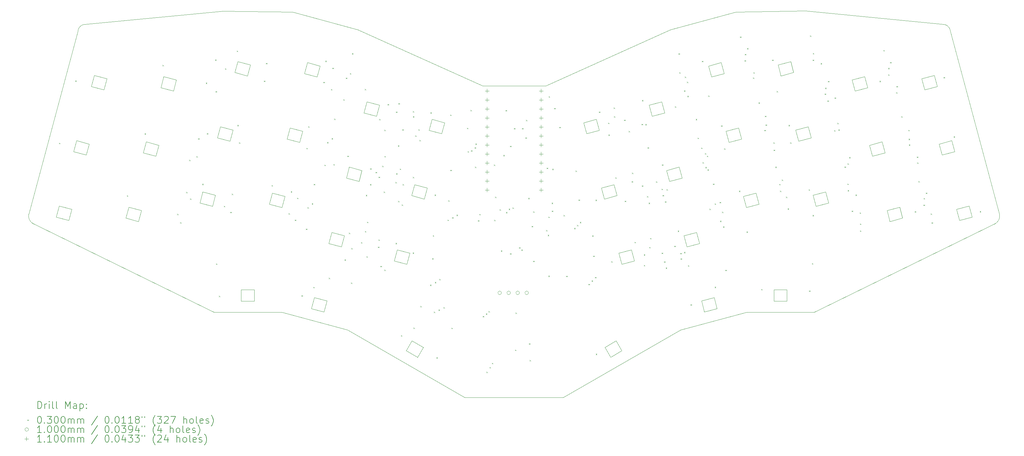
<source format=gbr>
%TF.GenerationSoftware,KiCad,Pcbnew,8.0.4*%
%TF.CreationDate,2024-08-14T21:55:23+09:00*%
%TF.ProjectId,TrueStrike42,54727565-5374-4726-996b-6534322e6b69,rev?*%
%TF.SameCoordinates,Original*%
%TF.FileFunction,Drillmap*%
%TF.FilePolarity,Positive*%
%FSLAX45Y45*%
G04 Gerber Fmt 4.5, Leading zero omitted, Abs format (unit mm)*
G04 Created by KiCad (PCBNEW 8.0.4) date 2024-08-14 21:55:23*
%MOMM*%
%LPD*%
G01*
G04 APERTURE LIST*
%ADD10C,0.050000*%
%ADD11C,0.120000*%
%ADD12C,0.200000*%
%ADD13C,0.100000*%
%ADD14C,0.110000*%
G04 APERTURE END LIST*
D10*
X28527118Y-8911401D02*
X27140561Y-3739272D01*
X2539363Y-3739272D02*
G75*
G02*
X2722968Y-3564044I208596J-34762D01*
G01*
X23301957Y-11684041D02*
X28416958Y-9179041D01*
X26956956Y-3564041D02*
X23051957Y-3184041D01*
X1261956Y-9179040D02*
X6371957Y-11679041D01*
X23051957Y-3184041D02*
X21086957Y-3219040D01*
X10141957Y-12179042D02*
X13446957Y-14084041D01*
X13951957Y-5296788D02*
X10431956Y-3714040D01*
X10431956Y-3714040D02*
X8591956Y-3219041D01*
X19531956Y-12179040D02*
X21391957Y-11684041D01*
X28527118Y-8911401D02*
G75*
G02*
X28416958Y-9179042I-240159J-57643D01*
G01*
X26956956Y-3564041D02*
G75*
G02*
X27140558Y-3739273I-24987J-209982D01*
G01*
X21391957Y-11684041D02*
X23301957Y-11684041D01*
X15731955Y-5296788D02*
X13951957Y-5296788D01*
X16221957Y-14084040D02*
X19531956Y-12179040D01*
X21086957Y-3219040D02*
X19246956Y-3714041D01*
X1261956Y-9179040D02*
G75*
G02*
X1151798Y-8911403I130001J209997D01*
G01*
X2539363Y-3739272D02*
X1151794Y-8911402D01*
X13446957Y-14084041D02*
X16221957Y-14084040D01*
X8591956Y-3219041D02*
X6631957Y-3189041D01*
X8286956Y-11679041D02*
X10141957Y-12179042D01*
X6631957Y-3189041D02*
X2722967Y-3564041D01*
X19246956Y-3714041D02*
X15731955Y-5296788D01*
X6371957Y-11679041D02*
X8286956Y-11679041D01*
D11*
X19491294Y-7589215D02*
X19574634Y-7900243D01*
X19491294Y-7589215D02*
X19135834Y-7684460D01*
X19219174Y-7995488D02*
X19135834Y-7684460D01*
X19574634Y-7900243D02*
X19219174Y-7995488D01*
X2994045Y-5003652D02*
X3349505Y-5098897D01*
X3349505Y-5098897D02*
X3266166Y-5409925D01*
X2910705Y-5314680D02*
X3266166Y-5409925D01*
X2910705Y-5314680D02*
X2994045Y-5003652D01*
X11537088Y-9922354D02*
X11892549Y-10017599D01*
X11892549Y-10017599D02*
X11809209Y-10328627D01*
X11453749Y-10233382D02*
X11809209Y-10328627D01*
X11453749Y-10233382D02*
X11537088Y-9922354D01*
X18642783Y-5844373D02*
X18998243Y-5749127D01*
X18998243Y-5749127D02*
X19081583Y-6060155D01*
X18726122Y-6155401D02*
X19081583Y-6060155D01*
X18726122Y-6155401D02*
X18642783Y-5844373D01*
X9697001Y-9429304D02*
X10052461Y-9524549D01*
X10052461Y-9524549D02*
X9969121Y-9835577D01*
X9613661Y-9740332D02*
X9969121Y-9835577D01*
X9613661Y-9740332D02*
X9697001Y-9429304D01*
X4819807Y-6972014D02*
X4736467Y-7283042D01*
X4819807Y-6972014D02*
X4464346Y-6876769D01*
X4381007Y-7187797D02*
X4464346Y-6876769D01*
X4736467Y-7283042D02*
X4381007Y-7187797D01*
X22281873Y-4704931D02*
X22637333Y-4609686D01*
X22637333Y-4609686D02*
X22720673Y-4920714D01*
X22365213Y-5015959D02*
X22720673Y-4920714D01*
X22365213Y-5015959D02*
X22281873Y-4704931D01*
X6057909Y-8289863D02*
X6413370Y-8385108D01*
X6413370Y-8385108D02*
X6330030Y-8696137D01*
X5974569Y-8600891D02*
X6330030Y-8696137D01*
X5974569Y-8600891D02*
X6057909Y-8289863D01*
X2007945Y-8683829D02*
X2363406Y-8779075D01*
X2363406Y-8779075D02*
X2280066Y-9090103D01*
X1924605Y-8994857D02*
X2280066Y-9090103D01*
X1924605Y-8994857D02*
X2007945Y-8683829D01*
X23130384Y-6449774D02*
X23213723Y-6760802D01*
X23130384Y-6449774D02*
X22774923Y-6545019D01*
X22858263Y-6856048D02*
X22774923Y-6545019D01*
X23213723Y-6760802D02*
X22858263Y-6856048D01*
X17788794Y-10017599D02*
X18144255Y-9922354D01*
X18144255Y-9922354D02*
X18227595Y-10233382D01*
X17872134Y-10328627D02*
X18227595Y-10233382D01*
X17872134Y-10328627D02*
X17788794Y-10017599D01*
X9559410Y-11364638D02*
X9476070Y-11675666D01*
X9559410Y-11364638D02*
X9203949Y-11269393D01*
X9120609Y-11580421D02*
X9203949Y-11269393D01*
X9476070Y-11675666D02*
X9120609Y-11580421D01*
X27180349Y-6843740D02*
X27263689Y-7154768D01*
X27180349Y-6843740D02*
X26824888Y-6938985D01*
X26908228Y-7250013D02*
X26824888Y-6938985D01*
X27263689Y-7154768D02*
X26908228Y-7250013D01*
X19628884Y-9524550D02*
X19984345Y-9429305D01*
X19984345Y-9429305D02*
X20067685Y-9740333D01*
X19712224Y-9835578D02*
X20067685Y-9740333D01*
X19712224Y-9835578D02*
X19628884Y-9524550D01*
X21304622Y-8418136D02*
X21660083Y-8322891D01*
X21660083Y-8322891D02*
X21743422Y-8633919D01*
X21387962Y-8729165D02*
X21743422Y-8633919D01*
X21387962Y-8729165D02*
X21304622Y-8418136D01*
X20477394Y-11269393D02*
X20560734Y-11580422D01*
X20477394Y-11269393D02*
X20121933Y-11364639D01*
X20205273Y-11675667D02*
X20121933Y-11364639D01*
X20560734Y-11580422D02*
X20205273Y-11675667D01*
X17715288Y-12490056D02*
X17876288Y-12768916D01*
X17715288Y-12490056D02*
X17396590Y-12674056D01*
X17557590Y-12952916D02*
X17396590Y-12674056D01*
X17876288Y-12768916D02*
X17557590Y-12952916D01*
X2856456Y-6938985D02*
X2773117Y-7250013D01*
X2856456Y-6938985D02*
X2500996Y-6843740D01*
X2417656Y-7154768D02*
X2500996Y-6843740D01*
X2773117Y-7250013D02*
X2417656Y-7154768D01*
X3971296Y-8716856D02*
X4326757Y-8812101D01*
X4326757Y-8812101D02*
X4243417Y-9123130D01*
X3887956Y-9027884D02*
X4243417Y-9123130D01*
X3887956Y-9027884D02*
X3971296Y-8716856D01*
X8869773Y-6578047D02*
X8786433Y-6889075D01*
X8869773Y-6578047D02*
X8514312Y-6482801D01*
X8430972Y-6793829D02*
X8514312Y-6482801D01*
X8786433Y-6889075D02*
X8430972Y-6793829D01*
X25216998Y-6876767D02*
X25300338Y-7187795D01*
X25216998Y-6876767D02*
X24861537Y-6972012D01*
X24944877Y-7283040D02*
X24861537Y-6972012D01*
X25300338Y-7187795D02*
X24944877Y-7283040D01*
X22532314Y-11044292D02*
X22532314Y-11366292D01*
X22532314Y-11044292D02*
X22164315Y-11044292D01*
X22164315Y-11366292D02*
X22164315Y-11044292D01*
X22532314Y-11366292D02*
X22164315Y-11366292D01*
X8021262Y-8322891D02*
X8376722Y-8418137D01*
X8376722Y-8418137D02*
X8293383Y-8729165D01*
X7937922Y-8633919D02*
X8293383Y-8729165D01*
X7937922Y-8633919D02*
X8021262Y-8322891D01*
X17651204Y-8082266D02*
X17734544Y-8393295D01*
X17651204Y-8082266D02*
X17295744Y-8177512D01*
X17379084Y-8488540D02*
X17295744Y-8177512D01*
X17734544Y-8393295D02*
X17379084Y-8488540D01*
X7044010Y-4609685D02*
X7399471Y-4704930D01*
X7399471Y-4704930D02*
X7316131Y-5015958D01*
X6960670Y-4920713D02*
X7316131Y-5015958D01*
X6960670Y-4920713D02*
X7044010Y-4609685D01*
X9007362Y-4642714D02*
X9362823Y-4737960D01*
X9362823Y-4737960D02*
X9279483Y-5048988D01*
X8924022Y-4953742D02*
X9279483Y-5048988D01*
X8924022Y-4953742D02*
X9007362Y-4642714D01*
X12523189Y-6242176D02*
X12878650Y-6337422D01*
X12878650Y-6337422D02*
X12795310Y-6648450D01*
X12439849Y-6553204D02*
X12795310Y-6648450D01*
X12439849Y-6553204D02*
X12523189Y-6242176D01*
X23267973Y-8385108D02*
X23623434Y-8289863D01*
X23623434Y-8289863D02*
X23706773Y-8600891D01*
X23351313Y-8696136D02*
X23706773Y-8600891D01*
X23351313Y-8696136D02*
X23267973Y-8385108D01*
X21167032Y-6482803D02*
X21250372Y-6793831D01*
X21167032Y-6482803D02*
X20811571Y-6578048D01*
X20894911Y-6889076D02*
X20811571Y-6578048D01*
X21250372Y-6793831D02*
X20894911Y-6889076D01*
X27317938Y-8779074D02*
X27673398Y-8683829D01*
X27673398Y-8683829D02*
X27756738Y-8994857D01*
X27401277Y-9090102D02*
X27756738Y-8994857D01*
X27401277Y-9090102D02*
X27317938Y-8779074D01*
X24368486Y-5131926D02*
X24723947Y-5036680D01*
X24723947Y-5036680D02*
X24807287Y-5347708D01*
X24451826Y-5442954D02*
X24807287Y-5347708D01*
X24451826Y-5442954D02*
X24368486Y-5131926D01*
X20318521Y-4737960D02*
X20673982Y-4642714D01*
X20673982Y-4642714D02*
X20757322Y-4953742D01*
X20401861Y-5048988D02*
X20757322Y-4953742D01*
X20401861Y-5048988D02*
X20318521Y-4737960D01*
X12385599Y-8177510D02*
X12302259Y-8488539D01*
X12385599Y-8177510D02*
X12030139Y-8082265D01*
X11946799Y-8393293D02*
X12030139Y-8082265D01*
X12302259Y-8488539D02*
X11946799Y-8393293D01*
X26331837Y-5098898D02*
X26687298Y-5003652D01*
X26687298Y-5003652D02*
X26770637Y-5314680D01*
X26415177Y-5409926D02*
X26770637Y-5314680D01*
X26415177Y-5409926D02*
X26331837Y-5098898D01*
X25354587Y-8812103D02*
X25710048Y-8716857D01*
X25710048Y-8716857D02*
X25793387Y-9027886D01*
X25437927Y-9123131D02*
X25793387Y-9027886D01*
X25437927Y-9123131D02*
X25354587Y-8812103D01*
X4957398Y-5036679D02*
X5312858Y-5131924D01*
X5312858Y-5131924D02*
X5229519Y-5442952D01*
X4874058Y-5347707D02*
X5229519Y-5442952D01*
X4874058Y-5347707D02*
X4957398Y-5036679D01*
X10545512Y-7684461D02*
X10462172Y-7995489D01*
X10545512Y-7684461D02*
X10190051Y-7589215D01*
X10106712Y-7900244D02*
X10190051Y-7589215D01*
X10462172Y-7995489D02*
X10106712Y-7900244D01*
X6906421Y-6545019D02*
X6823081Y-6856047D01*
X6906421Y-6545019D02*
X6550960Y-6449774D01*
X6467620Y-6760802D02*
X6550960Y-6449774D01*
X6823081Y-6856047D02*
X6467620Y-6760802D01*
X16802694Y-6337421D02*
X17158155Y-6242176D01*
X17158155Y-6242176D02*
X17241495Y-6553204D01*
X16886034Y-6648449D02*
X17241495Y-6553204D01*
X16886034Y-6648449D02*
X16802694Y-6337421D01*
X7507029Y-11044290D02*
X7507029Y-11366290D01*
X7507029Y-11044290D02*
X7139029Y-11044290D01*
X7139029Y-11366290D02*
X7139029Y-11044290D01*
X7507029Y-11366290D02*
X7139029Y-11366290D01*
X10683099Y-5749127D02*
X11038559Y-5844372D01*
X11038559Y-5844372D02*
X10955219Y-6155400D01*
X10599759Y-6060155D02*
X10955219Y-6155400D01*
X10599759Y-6060155D02*
X10683099Y-5749127D01*
X12274753Y-12674056D02*
X12113753Y-12952916D01*
X12274753Y-12674056D02*
X11956056Y-12490056D01*
X11795056Y-12768916D02*
X11956056Y-12490056D01*
X12113753Y-12952916D02*
X11795056Y-12768916D01*
D12*
D13*
X2003165Y-6905399D02*
X2033165Y-6935399D01*
X2033165Y-6905399D02*
X2003165Y-6935399D01*
X2463263Y-5149656D02*
X2493263Y-5179656D01*
X2493263Y-5149656D02*
X2463263Y-5179656D01*
X3920210Y-8387259D02*
X3950210Y-8417259D01*
X3950210Y-8387259D02*
X3920210Y-8417259D01*
X4418218Y-6637872D02*
X4448218Y-6667872D01*
X4448218Y-6637872D02*
X4418218Y-6667872D01*
X4923204Y-4708385D02*
X4953204Y-4738385D01*
X4953204Y-4708385D02*
X4923204Y-4738385D01*
X5338792Y-8906923D02*
X5368792Y-8936923D01*
X5368792Y-8906923D02*
X5338792Y-8936923D01*
X5419670Y-9146002D02*
X5449670Y-9176002D01*
X5449670Y-9146002D02*
X5419670Y-9176002D01*
X5591373Y-8289122D02*
X5621373Y-8319122D01*
X5621373Y-8289122D02*
X5591373Y-8319122D01*
X5674936Y-7381962D02*
X5704936Y-7411962D01*
X5704936Y-7381962D02*
X5674936Y-7411962D01*
X5702612Y-8476418D02*
X5732612Y-8506418D01*
X5732612Y-8476418D02*
X5702612Y-8506418D01*
X5877965Y-7281072D02*
X5907965Y-7311072D01*
X5907965Y-7281072D02*
X5877965Y-7311072D01*
X5930101Y-6777403D02*
X5960101Y-6807403D01*
X5960101Y-6777403D02*
X5930101Y-6807403D01*
X6043242Y-8062563D02*
X6073242Y-8092563D01*
X6073242Y-8062563D02*
X6043242Y-8092563D01*
X6143263Y-5209136D02*
X6173263Y-5239136D01*
X6173263Y-5209136D02*
X6143263Y-5239136D01*
X6175051Y-6635982D02*
X6205051Y-6665982D01*
X6205051Y-6635982D02*
X6175051Y-6665982D01*
X6409077Y-4557688D02*
X6439077Y-4587688D01*
X6439077Y-4557688D02*
X6409077Y-4587688D01*
X6420605Y-5449094D02*
X6450605Y-5479094D01*
X6450605Y-5449094D02*
X6420605Y-5479094D01*
X6432167Y-10307296D02*
X6462167Y-10337296D01*
X6462167Y-10307296D02*
X6432167Y-10337296D01*
X6512166Y-11217295D02*
X6542166Y-11247295D01*
X6542166Y-11217295D02*
X6512166Y-11247295D01*
X6653807Y-8681685D02*
X6683807Y-8711685D01*
X6683807Y-8681685D02*
X6653807Y-8711685D01*
X6686125Y-4805900D02*
X6716125Y-4835900D01*
X6716125Y-4805900D02*
X6686125Y-4835900D01*
X6835547Y-8853436D02*
X6865547Y-8883436D01*
X6865547Y-8853436D02*
X6835547Y-8883436D01*
X6879516Y-8341605D02*
X6909516Y-8371605D01*
X6909516Y-8341605D02*
X6879516Y-8371605D01*
X7018483Y-4307006D02*
X7048483Y-4337006D01*
X7048483Y-4307006D02*
X7018483Y-4337006D01*
X7035259Y-6400695D02*
X7065259Y-6430695D01*
X7065259Y-6400695D02*
X7035259Y-6430695D01*
X7079594Y-6892058D02*
X7109594Y-6922058D01*
X7109594Y-6892058D02*
X7079594Y-6922058D01*
X7782866Y-5152514D02*
X7812866Y-5182514D01*
X7812866Y-5152514D02*
X7782866Y-5182514D01*
X7841514Y-4654787D02*
X7871514Y-4684787D01*
X7871514Y-4654787D02*
X7841514Y-4684787D01*
X8000146Y-8100334D02*
X8030146Y-8130334D01*
X8030146Y-8100334D02*
X8000146Y-8130334D01*
X8479235Y-8890103D02*
X8509235Y-8920103D01*
X8509235Y-8890103D02*
X8479235Y-8920103D01*
X8540253Y-8274048D02*
X8570253Y-8304048D01*
X8570253Y-8274048D02*
X8540253Y-8304048D01*
X8657437Y-9071458D02*
X8687437Y-9101458D01*
X8687437Y-9071458D02*
X8657437Y-9101458D01*
X8720512Y-8456840D02*
X8750512Y-8486840D01*
X8750512Y-8456840D02*
X8720512Y-8486840D01*
X8840210Y-11207259D02*
X8870210Y-11237259D01*
X8870210Y-11207259D02*
X8840210Y-11237259D01*
X8969083Y-9325784D02*
X8999083Y-9355784D01*
X8999083Y-9325784D02*
X8969083Y-9355784D01*
X8983239Y-7047773D02*
X9013239Y-7077773D01*
X9013239Y-7047773D02*
X8983239Y-7077773D01*
X9011999Y-8721293D02*
X9041999Y-8751293D01*
X9041999Y-8721293D02*
X9011999Y-8751293D01*
X9033387Y-6439158D02*
X9063387Y-6469158D01*
X9063387Y-6439158D02*
X9033387Y-6469158D01*
X9132875Y-8610764D02*
X9162875Y-8640764D01*
X9162875Y-8610764D02*
X9132875Y-8640764D01*
X9174366Y-10970918D02*
X9204366Y-11000918D01*
X9204366Y-10970918D02*
X9174366Y-11000918D01*
X9187995Y-8064465D02*
X9217995Y-8094465D01*
X9217995Y-8064465D02*
X9187995Y-8094465D01*
X9461984Y-5187342D02*
X9491984Y-5217342D01*
X9491984Y-5187342D02*
X9461984Y-5217342D01*
X9488176Y-7523729D02*
X9518176Y-7553729D01*
X9518176Y-7523729D02*
X9488176Y-7553729D01*
X9516694Y-4591283D02*
X9546694Y-4621283D01*
X9546694Y-4591283D02*
X9516694Y-4621283D01*
X9566886Y-6882244D02*
X9596886Y-6912244D01*
X9596886Y-6882244D02*
X9566886Y-6912244D01*
X9611046Y-10710651D02*
X9641046Y-10740651D01*
X9641046Y-10710651D02*
X9611046Y-10740651D01*
X9676892Y-5389865D02*
X9706892Y-5419865D01*
X9706892Y-5389865D02*
X9676892Y-5419865D01*
X9694379Y-6773488D02*
X9724379Y-6803488D01*
X9724379Y-6773488D02*
X9694379Y-6803488D01*
X9713684Y-4788910D02*
X9743684Y-4818910D01*
X9743684Y-4788910D02*
X9713684Y-4818910D01*
X9745002Y-7506130D02*
X9775002Y-7536130D01*
X9775002Y-7506130D02*
X9745002Y-7536130D01*
X9763497Y-6225762D02*
X9793497Y-6255762D01*
X9793497Y-6225762D02*
X9763497Y-6255762D01*
X10023745Y-5679506D02*
X10053745Y-5709506D01*
X10053745Y-5679506D02*
X10023745Y-5709506D01*
X10058299Y-10194376D02*
X10088299Y-10224376D01*
X10088299Y-10194376D02*
X10058299Y-10224376D01*
X10094692Y-5066998D02*
X10124692Y-5096998D01*
X10124692Y-5066998D02*
X10094692Y-5096998D01*
X10139509Y-7270197D02*
X10169509Y-7300197D01*
X10169509Y-7270197D02*
X10139509Y-7300197D01*
X10177727Y-9439567D02*
X10207727Y-9469567D01*
X10207727Y-9439567D02*
X10177727Y-9469567D01*
X10210790Y-4942814D02*
X10240790Y-4972814D01*
X10240790Y-4942814D02*
X10210790Y-4972814D01*
X10239735Y-10844866D02*
X10269735Y-10874866D01*
X10269735Y-10844866D02*
X10239735Y-10874866D01*
X10248066Y-9872525D02*
X10278066Y-9902525D01*
X10278066Y-9872525D02*
X10248066Y-9902525D01*
X10268795Y-4378602D02*
X10298795Y-4408602D01*
X10298795Y-4378602D02*
X10268795Y-4408602D01*
X10524140Y-9706226D02*
X10554140Y-9736226D01*
X10554140Y-9706226D02*
X10524140Y-9736226D01*
X10630210Y-5387259D02*
X10660210Y-5417259D01*
X10660210Y-5387259D02*
X10630210Y-5417259D01*
X10633181Y-9393801D02*
X10663181Y-9423801D01*
X10663181Y-9393801D02*
X10633181Y-9423801D01*
X10657589Y-8375420D02*
X10687589Y-8405420D01*
X10687589Y-8375420D02*
X10657589Y-8405420D01*
X10673987Y-10105127D02*
X10703987Y-10135127D01*
X10703987Y-10105127D02*
X10673987Y-10135127D01*
X10693403Y-9130413D02*
X10723403Y-9160413D01*
X10723403Y-9130413D02*
X10693403Y-9160413D01*
X10775514Y-8070551D02*
X10805514Y-8100551D01*
X10805514Y-8070551D02*
X10775514Y-8100551D01*
X10780555Y-7626733D02*
X10810555Y-7656733D01*
X10810555Y-7626733D02*
X10780555Y-7656733D01*
X10935355Y-7725152D02*
X10965355Y-7755152D01*
X10965355Y-7725152D02*
X10935355Y-7755152D01*
X11001755Y-9834203D02*
X11031755Y-9864203D01*
X11031755Y-9834203D02*
X11001755Y-9864203D01*
X11014883Y-9630664D02*
X11044883Y-9660664D01*
X11044883Y-9630664D02*
X11014883Y-9660664D01*
X11018484Y-7861306D02*
X11048484Y-7891306D01*
X11048484Y-7861306D02*
X11018484Y-7891306D01*
X11034568Y-6230861D02*
X11064568Y-6260861D01*
X11064568Y-6230861D02*
X11034568Y-6260861D01*
X11067242Y-10376144D02*
X11097242Y-10406144D01*
X11097242Y-10376144D02*
X11067242Y-10406144D01*
X11121402Y-7552418D02*
X11151402Y-7582418D01*
X11151402Y-7552418D02*
X11121402Y-7582418D01*
X11163154Y-8279527D02*
X11193154Y-8309527D01*
X11193154Y-8279527D02*
X11163154Y-8309527D01*
X11180056Y-10482438D02*
X11210056Y-10512438D01*
X11210056Y-10482438D02*
X11180056Y-10512438D01*
X11180912Y-6538265D02*
X11210912Y-6568265D01*
X11210912Y-6538265D02*
X11180912Y-6568265D01*
X11184212Y-7279371D02*
X11214211Y-7309371D01*
X11214211Y-7279371D02*
X11184212Y-7309371D01*
X11269724Y-5812558D02*
X11299724Y-5842558D01*
X11299724Y-5812558D02*
X11269724Y-5842558D01*
X11491579Y-8008223D02*
X11521579Y-8038223D01*
X11521579Y-8008223D02*
X11491579Y-8038223D01*
X11494549Y-9728226D02*
X11524549Y-9758226D01*
X11524549Y-9728226D02*
X11494549Y-9758226D01*
X11510996Y-6023225D02*
X11540996Y-6053225D01*
X11540996Y-6023225D02*
X11510996Y-6053225D01*
X11514403Y-7766428D02*
X11544403Y-7796428D01*
X11544403Y-7766428D02*
X11514403Y-7796428D01*
X11564420Y-6979763D02*
X11594420Y-7009763D01*
X11594420Y-6979763D02*
X11564420Y-7009763D01*
X11568657Y-8543474D02*
X11598657Y-8573474D01*
X11598657Y-8543474D02*
X11568657Y-8573474D01*
X11574441Y-5786451D02*
X11604441Y-5816451D01*
X11604441Y-5786451D02*
X11574441Y-5816451D01*
X11616234Y-7634538D02*
X11646234Y-7664538D01*
X11646234Y-7634538D02*
X11616234Y-7664538D01*
X11650437Y-12333792D02*
X11680437Y-12363792D01*
X11680437Y-12333792D02*
X11650437Y-12363792D01*
X11671813Y-8647178D02*
X11701813Y-8677178D01*
X11701813Y-8647178D02*
X11671813Y-8677178D01*
X11686065Y-6525778D02*
X11716065Y-6555778D01*
X11716065Y-6525778D02*
X11686065Y-6555778D01*
X11695479Y-8070170D02*
X11725479Y-8100170D01*
X11725479Y-8070170D02*
X11695479Y-8100170D01*
X11977745Y-10001263D02*
X12007745Y-10031263D01*
X12007745Y-10001263D02*
X11977745Y-10031263D01*
X11981975Y-7865925D02*
X12011975Y-7895925D01*
X12011975Y-7865925D02*
X11981975Y-7895925D01*
X11984300Y-6012754D02*
X12014300Y-6042754D01*
X12014300Y-6012754D02*
X11984300Y-6042754D01*
X11987855Y-6154026D02*
X12017855Y-6184026D01*
X12017855Y-6154026D02*
X11987855Y-6184026D01*
X12000210Y-12117259D02*
X12030210Y-12147259D01*
X12030210Y-12117259D02*
X12000210Y-12147259D01*
X12052512Y-6699069D02*
X12082512Y-6729069D01*
X12082512Y-6699069D02*
X12052512Y-6729069D01*
X12141155Y-6522794D02*
X12171155Y-6552794D01*
X12171155Y-6522794D02*
X12141155Y-6552794D01*
X12170638Y-6824167D02*
X12200638Y-6854167D01*
X12200638Y-6824167D02*
X12170638Y-6854167D01*
X12195430Y-11507750D02*
X12225430Y-11537750D01*
X12225430Y-11507750D02*
X12195430Y-11537750D01*
X12468624Y-10907627D02*
X12498624Y-10937627D01*
X12498624Y-10907627D02*
X12468624Y-10937627D01*
X12477199Y-6047125D02*
X12507199Y-6077125D01*
X12507199Y-6047125D02*
X12477199Y-6077125D01*
X12529305Y-10160685D02*
X12559305Y-10190685D01*
X12559305Y-10160685D02*
X12529305Y-10190685D01*
X12547474Y-9513329D02*
X12577474Y-9543329D01*
X12577474Y-9513329D02*
X12547474Y-9543329D01*
X12574999Y-11670000D02*
X12604999Y-11700000D01*
X12604999Y-11670000D02*
X12574999Y-11700000D01*
X12595868Y-8366787D02*
X12625868Y-8396787D01*
X12625868Y-8366787D02*
X12595868Y-8396787D01*
X12603346Y-10829845D02*
X12633346Y-10859845D01*
X12633346Y-10829845D02*
X12603346Y-10859845D01*
X12648548Y-12952925D02*
X12678548Y-12982925D01*
X12678548Y-12952925D02*
X12648548Y-12982925D01*
X12705000Y-11610000D02*
X12735000Y-11640000D01*
X12735000Y-11610000D02*
X12705000Y-11640000D01*
X12729703Y-10744646D02*
X12759703Y-10774646D01*
X12759703Y-10744646D02*
X12729703Y-10774646D01*
X12845000Y-11540000D02*
X12875000Y-11570000D01*
X12875000Y-11540000D02*
X12845000Y-11570000D01*
X12960380Y-9072368D02*
X12990380Y-9102368D01*
X12990380Y-9072368D02*
X12960380Y-9102368D01*
X12982493Y-8527325D02*
X13012493Y-8557325D01*
X13012493Y-8527325D02*
X12982493Y-8557325D01*
X13038314Y-6110962D02*
X13068314Y-6140962D01*
X13068314Y-6110962D02*
X13038314Y-6140962D01*
X13041816Y-7668412D02*
X13071816Y-7698412D01*
X13071816Y-7668412D02*
X13041816Y-7698412D01*
X13070246Y-12122521D02*
X13100246Y-12152521D01*
X13100246Y-12122521D02*
X13070246Y-12152521D01*
X13092368Y-9004206D02*
X13122368Y-9034206D01*
X13122368Y-9004206D02*
X13092368Y-9034206D01*
X13214989Y-8933534D02*
X13244989Y-8963534D01*
X13244989Y-8933534D02*
X13214989Y-8963534D01*
X13509284Y-6484043D02*
X13539284Y-6514043D01*
X13539284Y-6484043D02*
X13509284Y-6514043D01*
X13529585Y-7140671D02*
X13559585Y-7170671D01*
X13559585Y-7140671D02*
X13529585Y-7170671D01*
X13608766Y-5977533D02*
X13638766Y-6007533D01*
X13638766Y-5977533D02*
X13608766Y-6007533D01*
X13624678Y-7115577D02*
X13654678Y-7145577D01*
X13654678Y-7115577D02*
X13624678Y-7145577D01*
X13724862Y-7030661D02*
X13754862Y-7060661D01*
X13754862Y-7030661D02*
X13724862Y-7060661D01*
X13734999Y-7580001D02*
X13764999Y-7610001D01*
X13764999Y-7580001D02*
X13734999Y-7610001D01*
X13747787Y-6928726D02*
X13777787Y-6958726D01*
X13777787Y-6928726D02*
X13747787Y-6958726D01*
X13818309Y-9089837D02*
X13848309Y-9119837D01*
X13848309Y-9089837D02*
X13818309Y-9119837D01*
X13858310Y-8911935D02*
X13888310Y-8941935D01*
X13888310Y-8911935D02*
X13858310Y-8941935D01*
X13955000Y-11790000D02*
X13985000Y-11820000D01*
X13985000Y-11790000D02*
X13955000Y-11820000D01*
X14044999Y-11720000D02*
X14074999Y-11750000D01*
X14074999Y-11720000D02*
X14044999Y-11750000D01*
X14055000Y-13360000D02*
X14085000Y-13390000D01*
X14085000Y-13360000D02*
X14055000Y-13390000D01*
X14115000Y-11650000D02*
X14145000Y-11680000D01*
X14145000Y-11650000D02*
X14115000Y-11680000D01*
X14145000Y-13230000D02*
X14175000Y-13260000D01*
X14175000Y-13230000D02*
X14145000Y-13260000D01*
X14215000Y-13110000D02*
X14245000Y-13140000D01*
X14245000Y-13110000D02*
X14215000Y-13140000D01*
X14268309Y-7519837D02*
X14298309Y-7549837D01*
X14298309Y-7519837D02*
X14268309Y-7549837D01*
X14276604Y-9078686D02*
X14306604Y-9108686D01*
X14306604Y-9078686D02*
X14276604Y-9108686D01*
X14302086Y-8424427D02*
X14332086Y-8454427D01*
X14332086Y-8424427D02*
X14302086Y-8454427D01*
X14428309Y-8779836D02*
X14458309Y-8809836D01*
X14458309Y-8779836D02*
X14428309Y-8809836D01*
X14466976Y-9941787D02*
X14496976Y-9971787D01*
X14496976Y-9941787D02*
X14466976Y-9971787D01*
X14535000Y-7250000D02*
X14565000Y-7280000D01*
X14565000Y-7250000D02*
X14535000Y-7280000D01*
X14596976Y-5981788D02*
X14626976Y-6011788D01*
X14626976Y-5981788D02*
X14596976Y-6011788D01*
X14610000Y-8855000D02*
X14640000Y-8885000D01*
X14640000Y-8855000D02*
X14610000Y-8885000D01*
X14686976Y-8761789D02*
X14716976Y-8791789D01*
X14716976Y-8761789D02*
X14686976Y-8791789D01*
X14724999Y-6990000D02*
X14754999Y-7020000D01*
X14754999Y-6990000D02*
X14724999Y-7020000D01*
X14726976Y-10021789D02*
X14756976Y-10051789D01*
X14756976Y-10021789D02*
X14726976Y-10051789D01*
X14795000Y-8730000D02*
X14825000Y-8760000D01*
X14825000Y-8730000D02*
X14795000Y-8760000D01*
X14836976Y-6491789D02*
X14866976Y-6521789D01*
X14866976Y-6491789D02*
X14836976Y-6521789D01*
X14865000Y-12740000D02*
X14895000Y-12770000D01*
X14895000Y-12740000D02*
X14865000Y-12770000D01*
X14876976Y-11691788D02*
X14906976Y-11721788D01*
X14906976Y-11691788D02*
X14876976Y-11721788D01*
X14978310Y-9851789D02*
X15008310Y-9881789D01*
X15008310Y-9851789D02*
X14978310Y-9881789D01*
X15041976Y-9916788D02*
X15071976Y-9946788D01*
X15071976Y-9916788D02*
X15041976Y-9946788D01*
X15066975Y-6491789D02*
X15096975Y-6521789D01*
X15096975Y-6491789D02*
X15066975Y-6521789D01*
X15156975Y-6751788D02*
X15186975Y-6781788D01*
X15186975Y-6751788D02*
X15156975Y-6781788D01*
X15175000Y-6260000D02*
X15205000Y-6290000D01*
X15205000Y-6260000D02*
X15175000Y-6290000D01*
X15238783Y-8460000D02*
X15268783Y-8490000D01*
X15268783Y-8460000D02*
X15238783Y-8490000D01*
X15258650Y-12559757D02*
X15288650Y-12589757D01*
X15288650Y-12559757D02*
X15258650Y-12589757D01*
X15278652Y-13029757D02*
X15308652Y-13059757D01*
X15308652Y-13029757D02*
X15278652Y-13059757D01*
X15335000Y-9250000D02*
X15365000Y-9280000D01*
X15365000Y-9250000D02*
X15335000Y-9280000D01*
X15376975Y-8838451D02*
X15406975Y-8868451D01*
X15406975Y-8838451D02*
X15376975Y-8868451D01*
X15376976Y-10231788D02*
X15406976Y-10261788D01*
X15406976Y-10231788D02*
X15376976Y-10261788D01*
X15743309Y-9364836D02*
X15773309Y-9394836D01*
X15773309Y-9364836D02*
X15743309Y-9394836D01*
X15758309Y-7610000D02*
X15788309Y-7640000D01*
X15788309Y-7610000D02*
X15758309Y-7640000D01*
X15788309Y-9500000D02*
X15818309Y-9530000D01*
X15818309Y-9500000D02*
X15788309Y-9530000D01*
X15804999Y-8990000D02*
X15834999Y-9020000D01*
X15834999Y-8990000D02*
X15804999Y-9020000D01*
X15805000Y-10650000D02*
X15835000Y-10680000D01*
X15835000Y-10650000D02*
X15805000Y-10680000D01*
X15815118Y-5592895D02*
X15845118Y-5622895D01*
X15845118Y-5592895D02*
X15815118Y-5622895D01*
X15900000Y-8595000D02*
X15930000Y-8625000D01*
X15930000Y-8595000D02*
X15900000Y-8625000D01*
X15905000Y-8820000D02*
X15935000Y-8850000D01*
X15935000Y-8820000D02*
X15905000Y-8850000D01*
X15914999Y-7640000D02*
X15944999Y-7670000D01*
X15944999Y-7640000D02*
X15914999Y-7670000D01*
X15971084Y-5923828D02*
X16001084Y-5953828D01*
X16001084Y-5923828D02*
X15971084Y-5953828D01*
X16113458Y-6455080D02*
X16143458Y-6485080D01*
X16143458Y-6455080D02*
X16113458Y-6485080D01*
X16235000Y-8940000D02*
X16265000Y-8970000D01*
X16265000Y-8940000D02*
X16235000Y-8970000D01*
X16309999Y-10655000D02*
X16339999Y-10685000D01*
X16339999Y-10655000D02*
X16309999Y-10685000D01*
X16532715Y-9305849D02*
X16562715Y-9335849D01*
X16562715Y-9305849D02*
X16532715Y-9335849D01*
X16573252Y-7688091D02*
X16603252Y-7718091D01*
X16603252Y-7688091D02*
X16573252Y-7718091D01*
X16613778Y-9222013D02*
X16643778Y-9252013D01*
X16643778Y-9222013D02*
X16613778Y-9252013D01*
X16657325Y-8504137D02*
X16687325Y-8534137D01*
X16687325Y-8504137D02*
X16657325Y-8534137D01*
X16694842Y-9138175D02*
X16724842Y-9168175D01*
X16724842Y-9138175D02*
X16694842Y-9168175D01*
X16935272Y-10885486D02*
X16965272Y-10915486D01*
X16965272Y-10885486D02*
X16935272Y-10915486D01*
X17023406Y-10789400D02*
X17053406Y-10819400D01*
X17053406Y-10789400D02*
X17023406Y-10819400D01*
X17043101Y-9518867D02*
X17073101Y-9548867D01*
X17073101Y-9518867D02*
X17043101Y-9548867D01*
X17072129Y-10090844D02*
X17102129Y-10120844D01*
X17102129Y-10090844D02*
X17072129Y-10120844D01*
X17121200Y-10690729D02*
X17151200Y-10720729D01*
X17151200Y-10690729D02*
X17121200Y-10720729D01*
X17135297Y-8510651D02*
X17165297Y-8540651D01*
X17165297Y-8510651D02*
X17135297Y-8540651D01*
X17143187Y-12853115D02*
X17173187Y-12883115D01*
X17173187Y-12853115D02*
X17143187Y-12883115D01*
X17231095Y-6026258D02*
X17261095Y-6056258D01*
X17261095Y-6026258D02*
X17231095Y-6056258D01*
X17491330Y-6339835D02*
X17521330Y-6369835D01*
X17521330Y-6339835D02*
X17491330Y-6369835D01*
X17498094Y-6674176D02*
X17528094Y-6704176D01*
X17528094Y-6674176D02*
X17498094Y-6704176D01*
X17579265Y-10244835D02*
X17609265Y-10274835D01*
X17609265Y-10244835D02*
X17579265Y-10274835D01*
X17649440Y-5908930D02*
X17679440Y-5938930D01*
X17679440Y-5908930D02*
X17649440Y-5938930D01*
X17653602Y-6156281D02*
X17683602Y-6186281D01*
X17683602Y-6156281D02*
X17653602Y-6186281D01*
X17694281Y-7877580D02*
X17724281Y-7907580D01*
X17724281Y-7877580D02*
X17694281Y-7907580D01*
X17945775Y-6252337D02*
X17975775Y-6282337D01*
X17975775Y-6252337D02*
X17945775Y-6282337D01*
X17960496Y-8538006D02*
X17990496Y-8568006D01*
X17990496Y-8538006D02*
X17960496Y-8568006D01*
X18072410Y-6570400D02*
X18102410Y-6600400D01*
X18102410Y-6570400D02*
X18072410Y-6600400D01*
X18155018Y-7988951D02*
X18185018Y-8018951D01*
X18185018Y-7988951D02*
X18155018Y-8018951D01*
X18163103Y-7748671D02*
X18193103Y-7778671D01*
X18193103Y-7748671D02*
X18163103Y-7778671D01*
X18234334Y-9699899D02*
X18264334Y-9729899D01*
X18264334Y-9699899D02*
X18234334Y-9729899D01*
X18435866Y-6371136D02*
X18465866Y-6401136D01*
X18465866Y-6371136D02*
X18435866Y-6401136D01*
X18442708Y-8106915D02*
X18472708Y-8136915D01*
X18472708Y-8106915D02*
X18442708Y-8136915D01*
X18445981Y-5698785D02*
X18475981Y-5728785D01*
X18475981Y-5698785D02*
X18445981Y-5728785D01*
X18497208Y-10048983D02*
X18527208Y-10078983D01*
X18527208Y-10048983D02*
X18497208Y-10078983D01*
X18497960Y-10350665D02*
X18527960Y-10380665D01*
X18527960Y-10350665D02*
X18497960Y-10380665D01*
X18540310Y-6374557D02*
X18570310Y-6404557D01*
X18570310Y-6374557D02*
X18540310Y-6404557D01*
X18585222Y-8406967D02*
X18615222Y-8436967D01*
X18615222Y-8406967D02*
X18585222Y-8436967D01*
X18604824Y-7032072D02*
X18634824Y-7062072D01*
X18634824Y-7032072D02*
X18604824Y-7062072D01*
X18635249Y-8593667D02*
X18665249Y-8623667D01*
X18665249Y-8593667D02*
X18635249Y-8623667D01*
X18651951Y-9843529D02*
X18681951Y-9873529D01*
X18681951Y-9843529D02*
X18651951Y-9873529D01*
X18676767Y-9588413D02*
X18706767Y-9618413D01*
X18706767Y-9588413D02*
X18676767Y-9618413D01*
X18839117Y-7991998D02*
X18869117Y-8021998D01*
X18869117Y-7991998D02*
X18839117Y-8021998D01*
X18999081Y-8202625D02*
X19029081Y-8232625D01*
X19029081Y-8202625D02*
X18999081Y-8232625D01*
X19002874Y-10004298D02*
X19032874Y-10034298D01*
X19032874Y-10004298D02*
X19002874Y-10034298D01*
X19011354Y-7514319D02*
X19041354Y-7544319D01*
X19041354Y-7514319D02*
X19011354Y-7544319D01*
X19025094Y-8376981D02*
X19055094Y-8406981D01*
X19055094Y-8376981D02*
X19025094Y-8406981D01*
X19068171Y-10247988D02*
X19098171Y-10277988D01*
X19098171Y-10247988D02*
X19068171Y-10277988D01*
X19093588Y-8555330D02*
X19123588Y-8585330D01*
X19123588Y-8555330D02*
X19093588Y-8585330D01*
X19114757Y-10421855D02*
X19144757Y-10451855D01*
X19144757Y-10421855D02*
X19114757Y-10451855D01*
X19136337Y-8212587D02*
X19166337Y-8242587D01*
X19166337Y-8212587D02*
X19136337Y-8242587D01*
X19357261Y-9809832D02*
X19387261Y-9839832D01*
X19387261Y-9809832D02*
X19357261Y-9839832D01*
X19372824Y-5878078D02*
X19402824Y-5908078D01*
X19402824Y-5878078D02*
X19372824Y-5908078D01*
X19453988Y-9383446D02*
X19483988Y-9413446D01*
X19483988Y-9383446D02*
X19453988Y-9413446D01*
X19477022Y-4383953D02*
X19507022Y-4413953D01*
X19507022Y-4383953D02*
X19477022Y-4413953D01*
X19495696Y-4917293D02*
X19525696Y-4947293D01*
X19525696Y-4917293D02*
X19495696Y-4947293D01*
X19525631Y-10013185D02*
X19555631Y-10043185D01*
X19555631Y-10013185D02*
X19525631Y-10043185D01*
X19535475Y-10165838D02*
X19565475Y-10195838D01*
X19565475Y-10165838D02*
X19535475Y-10195838D01*
X19631881Y-9984715D02*
X19661881Y-10014715D01*
X19661881Y-9984715D02*
X19631881Y-10014715D01*
X19632871Y-5429235D02*
X19662871Y-5459235D01*
X19662871Y-5429235D02*
X19632871Y-5459235D01*
X19653018Y-5040783D02*
X19683018Y-5070783D01*
X19683018Y-5040783D02*
X19653018Y-5070783D01*
X19711159Y-5180497D02*
X19741159Y-5210497D01*
X19741159Y-5180497D02*
X19711159Y-5210497D01*
X19725167Y-5580502D02*
X19755167Y-5610502D01*
X19755167Y-5580502D02*
X19725167Y-5610502D01*
X19742481Y-10358838D02*
X19772481Y-10388838D01*
X19772481Y-10358838D02*
X19742481Y-10388838D01*
X19815863Y-11462088D02*
X19845863Y-11492088D01*
X19845863Y-11462088D02*
X19815863Y-11492088D01*
X19961707Y-6231461D02*
X19991707Y-6261461D01*
X19991707Y-6231461D02*
X19961707Y-6261461D01*
X20015484Y-6760572D02*
X20045484Y-6790572D01*
X20045484Y-6760572D02*
X20015484Y-6790572D01*
X20115983Y-7039049D02*
X20145983Y-7069049D01*
X20145983Y-7039049D02*
X20115983Y-7069049D01*
X20137502Y-4593319D02*
X20167502Y-4623319D01*
X20167502Y-4593319D02*
X20137502Y-4623319D01*
X20154483Y-7453196D02*
X20184483Y-7483196D01*
X20184483Y-7453196D02*
X20154483Y-7483196D01*
X20220526Y-7197386D02*
X20250526Y-7227386D01*
X20250526Y-7197386D02*
X20220526Y-7227386D01*
X20231944Y-7587732D02*
X20261944Y-7617732D01*
X20261944Y-7587732D02*
X20231944Y-7617732D01*
X20276335Y-7270431D02*
X20306335Y-7300431D01*
X20306335Y-7270431D02*
X20276335Y-7300431D01*
X20291287Y-7654653D02*
X20321287Y-7684653D01*
X20321287Y-7654653D02*
X20291287Y-7684653D01*
X20312591Y-5570490D02*
X20342591Y-5600490D01*
X20342591Y-5570490D02*
X20312591Y-5600490D01*
X20346466Y-8764421D02*
X20376466Y-8794421D01*
X20376466Y-8764421D02*
X20346466Y-8794421D01*
X20450876Y-8057061D02*
X20480876Y-8087061D01*
X20480876Y-8057061D02*
X20450876Y-8087061D01*
X20495707Y-10966527D02*
X20525707Y-10996527D01*
X20525707Y-10966527D02*
X20495707Y-10996527D01*
X20496633Y-8614201D02*
X20526633Y-8644201D01*
X20526633Y-8614201D02*
X20496633Y-8644201D01*
X20635398Y-8571843D02*
X20665398Y-8601843D01*
X20665398Y-8571843D02*
X20635398Y-8601843D01*
X20647949Y-9101648D02*
X20677949Y-9131648D01*
X20677949Y-9101648D02*
X20647949Y-9131648D01*
X20677555Y-6415638D02*
X20707555Y-6445638D01*
X20707555Y-6415638D02*
X20677555Y-6445638D01*
X20704332Y-8848426D02*
X20734332Y-8878426D01*
X20734332Y-8848426D02*
X20704332Y-8878426D01*
X20733175Y-9265161D02*
X20763175Y-9295161D01*
X20763175Y-9265161D02*
X20733175Y-9295161D01*
X20764146Y-7062532D02*
X20794146Y-7092532D01*
X20794146Y-7062532D02*
X20764146Y-7092532D01*
X20797504Y-10486358D02*
X20827504Y-10516358D01*
X20827504Y-10486358D02*
X20797504Y-10516358D01*
X21181558Y-8257967D02*
X21211558Y-8287967D01*
X21211558Y-8257967D02*
X21181558Y-8287967D01*
X21213100Y-3908421D02*
X21243100Y-3938421D01*
X21243100Y-3908421D02*
X21213100Y-3938421D01*
X21340801Y-4578191D02*
X21370801Y-4608191D01*
X21370801Y-4578191D02*
X21340801Y-4608191D01*
X21345098Y-4401043D02*
X21375098Y-4431043D01*
X21375098Y-4401043D02*
X21345098Y-4431043D01*
X21392963Y-9409307D02*
X21422963Y-9439307D01*
X21422963Y-9409307D02*
X21392963Y-9439307D01*
X21408992Y-4233807D02*
X21438992Y-4263807D01*
X21438992Y-4233807D02*
X21408992Y-4263807D01*
X21574568Y-5064250D02*
X21604568Y-5094250D01*
X21604568Y-5064250D02*
X21574568Y-5094250D01*
X21586629Y-4916079D02*
X21616629Y-4946079D01*
X21616629Y-4916079D02*
X21586629Y-4946079D01*
X21731939Y-5767481D02*
X21761939Y-5797481D01*
X21761939Y-5767481D02*
X21731939Y-5797481D01*
X21810210Y-11027260D02*
X21840210Y-11057260D01*
X21840210Y-11027260D02*
X21810210Y-11057260D01*
X21897769Y-6540915D02*
X21927769Y-6570915D01*
X21927769Y-6540915D02*
X21897769Y-6570915D01*
X21915330Y-6142806D02*
X21945330Y-6172806D01*
X21945330Y-6142806D02*
X21915330Y-6172806D01*
X21929150Y-6387568D02*
X21959150Y-6417568D01*
X21959150Y-6387568D02*
X21929150Y-6417568D01*
X22116314Y-4560031D02*
X22146314Y-4590031D01*
X22146314Y-4560031D02*
X22116314Y-4590031D01*
X22152310Y-6891998D02*
X22182310Y-6921998D01*
X22182310Y-6891998D02*
X22152310Y-6921998D01*
X22161901Y-7101660D02*
X22191901Y-7131660D01*
X22191901Y-7101660D02*
X22161901Y-7131660D01*
X22206272Y-7576349D02*
X22236272Y-7606349D01*
X22236272Y-7576349D02*
X22206272Y-7606349D01*
X22245588Y-5443499D02*
X22275588Y-5473499D01*
X22275588Y-5443499D02*
X22245588Y-5473499D01*
X22316363Y-8064489D02*
X22346363Y-8094489D01*
X22346363Y-8064489D02*
X22316363Y-8094489D01*
X22336561Y-8255780D02*
X22366561Y-8285780D01*
X22366561Y-8255780D02*
X22336561Y-8285780D01*
X22387074Y-7942015D02*
X22417074Y-7972015D01*
X22417074Y-7942015D02*
X22387074Y-7972015D01*
X22506824Y-8427567D02*
X22536824Y-8457567D01*
X22536824Y-8427567D02*
X22506824Y-8457567D01*
X22553598Y-8756674D02*
X22583598Y-8786674D01*
X22583598Y-8756674D02*
X22553598Y-8786674D01*
X22579092Y-6403055D02*
X22609092Y-6433055D01*
X22609092Y-6403055D02*
X22579092Y-6433055D01*
X22624158Y-6894976D02*
X22654158Y-6924976D01*
X22654158Y-6894976D02*
X22624158Y-6924976D01*
X23148122Y-8217608D02*
X23178122Y-8247608D01*
X23178122Y-8217608D02*
X23148122Y-8247608D01*
X23158803Y-11071549D02*
X23188803Y-11101549D01*
X23188803Y-11071549D02*
X23158803Y-11101549D01*
X23182251Y-3877720D02*
X23212251Y-3907720D01*
X23212251Y-3877720D02*
X23182251Y-3907720D01*
X23238804Y-10301549D02*
X23268804Y-10331549D01*
X23268804Y-10301549D02*
X23238804Y-10331549D01*
X23255306Y-8941353D02*
X23285306Y-8971353D01*
X23285306Y-8941353D02*
X23255306Y-8971353D01*
X23261656Y-4560433D02*
X23291656Y-4590433D01*
X23291656Y-4560433D02*
X23261656Y-4590433D01*
X23263366Y-4373624D02*
X23293366Y-4403624D01*
X23293366Y-4373624D02*
X23263366Y-4403624D01*
X23484004Y-4656145D02*
X23514004Y-4686145D01*
X23514004Y-4656145D02*
X23484004Y-4686145D01*
X23600338Y-5515312D02*
X23630338Y-5545312D01*
X23630338Y-5515312D02*
X23600338Y-5545312D01*
X23613346Y-5351359D02*
X23643346Y-5381359D01*
X23643346Y-5351359D02*
X23613346Y-5381359D01*
X23674009Y-5712979D02*
X23704009Y-5742979D01*
X23704009Y-5712979D02*
X23674009Y-5742979D01*
X23691382Y-5159628D02*
X23721382Y-5189628D01*
X23721382Y-5159628D02*
X23691382Y-5189628D01*
X23867614Y-6551439D02*
X23897614Y-6581439D01*
X23897614Y-6551439D02*
X23867614Y-6581439D01*
X23878748Y-5627062D02*
X23908748Y-5657062D01*
X23908748Y-5627062D02*
X23878748Y-5657062D01*
X23956256Y-6341339D02*
X23986256Y-6371339D01*
X23986256Y-6341339D02*
X23956256Y-6371339D01*
X23986113Y-6530042D02*
X24016113Y-6560042D01*
X24016113Y-6530042D02*
X23986113Y-6560042D01*
X24157746Y-7576269D02*
X24187746Y-7606269D01*
X24187746Y-7576269D02*
X24157746Y-7606269D01*
X24239806Y-8056390D02*
X24269806Y-8086390D01*
X24269806Y-8056390D02*
X24239806Y-8086390D01*
X24242345Y-7486308D02*
X24272345Y-7516308D01*
X24272345Y-7486308D02*
X24242345Y-7516308D01*
X24247757Y-8240609D02*
X24277757Y-8270609D01*
X24277757Y-8240609D02*
X24247757Y-8270609D01*
X24287866Y-7308466D02*
X24317866Y-7338466D01*
X24317866Y-7308466D02*
X24287866Y-7338466D01*
X24361823Y-8820859D02*
X24391823Y-8850859D01*
X24391823Y-8820859D02*
X24361823Y-8850859D01*
X24468211Y-8367888D02*
X24498211Y-8397888D01*
X24498211Y-8367888D02*
X24468211Y-8397888D01*
X24587013Y-8869222D02*
X24617013Y-8899222D01*
X24617013Y-8869222D02*
X24587013Y-8899222D01*
X24593510Y-9183241D02*
X24623510Y-9213241D01*
X24623510Y-9183241D02*
X24593510Y-9213241D01*
X24594388Y-9379708D02*
X24624388Y-9409708D01*
X24624388Y-9379708D02*
X24594388Y-9409708D01*
X25145977Y-5157735D02*
X25175977Y-5187735D01*
X25175977Y-5157735D02*
X25145977Y-5187735D01*
X25254677Y-4290400D02*
X25284677Y-4320400D01*
X25284677Y-4290400D02*
X25254677Y-4320400D01*
X25389262Y-4792681D02*
X25419262Y-4822681D01*
X25419262Y-4792681D02*
X25389262Y-4822681D01*
X25391089Y-4973363D02*
X25421089Y-5003363D01*
X25421089Y-4973363D02*
X25391089Y-5003363D01*
X25443497Y-4628034D02*
X25473497Y-4658034D01*
X25473497Y-4628034D02*
X25443497Y-4658034D01*
X25614250Y-5477795D02*
X25644250Y-5507795D01*
X25644250Y-5477795D02*
X25614250Y-5507795D01*
X25624670Y-5304181D02*
X25654670Y-5334181D01*
X25654670Y-5304181D02*
X25624670Y-5334181D01*
X25760321Y-6158172D02*
X25790321Y-6188172D01*
X25790321Y-6158172D02*
X25760321Y-6188172D01*
X25955958Y-6540567D02*
X25985958Y-6570567D01*
X25985958Y-6540567D02*
X25955958Y-6570567D01*
X25966243Y-6791453D02*
X25996243Y-6821453D01*
X25996243Y-6791453D02*
X25966243Y-6821453D01*
X25972553Y-6950231D02*
X26002553Y-6980231D01*
X26002553Y-6950231D02*
X25972553Y-6980231D01*
X26139786Y-8834682D02*
X26169786Y-8864682D01*
X26169786Y-8834682D02*
X26139786Y-8864682D01*
X26199062Y-7293296D02*
X26229062Y-7323296D01*
X26229062Y-7293296D02*
X26199062Y-7323296D01*
X26207961Y-7461731D02*
X26237961Y-7491731D01*
X26237961Y-7461731D02*
X26207961Y-7491731D01*
X26239829Y-7986358D02*
X26269829Y-8016358D01*
X26269829Y-7986358D02*
X26239829Y-8016358D01*
X26386850Y-8650954D02*
X26416850Y-8680954D01*
X26416850Y-8650954D02*
X26386850Y-8680954D01*
X26388559Y-8464147D02*
X26418559Y-8494147D01*
X26418559Y-8464147D02*
X26388559Y-8494147D01*
X26451505Y-8312692D02*
X26481505Y-8342692D01*
X26481505Y-8312692D02*
X26451505Y-8342692D01*
X26587478Y-8897425D02*
X26617478Y-8927425D01*
X26617478Y-8897425D02*
X26587478Y-8927425D01*
X26613545Y-9149261D02*
X26643545Y-9179261D01*
X26643545Y-9149261D02*
X26613545Y-9179261D01*
X26953417Y-5050877D02*
X26983417Y-5080877D01*
X26983417Y-5050877D02*
X26953417Y-5080877D01*
X27237408Y-6725194D02*
X27267408Y-6755194D01*
X27267408Y-6725194D02*
X27237408Y-6755194D01*
X27972897Y-8831249D02*
X28002897Y-8861249D01*
X28002897Y-8831249D02*
X27972897Y-8861249D01*
X14481975Y-11136789D02*
G75*
G02*
X14381975Y-11136789I-50000J0D01*
G01*
X14381975Y-11136789D02*
G75*
G02*
X14481975Y-11136789I50000J0D01*
G01*
X14735975Y-11136789D02*
G75*
G02*
X14635975Y-11136789I-50000J0D01*
G01*
X14635975Y-11136789D02*
G75*
G02*
X14735975Y-11136789I50000J0D01*
G01*
X14989975Y-11136789D02*
G75*
G02*
X14889975Y-11136789I-50000J0D01*
G01*
X14889975Y-11136789D02*
G75*
G02*
X14989975Y-11136789I50000J0D01*
G01*
X15243975Y-11136789D02*
G75*
G02*
X15143975Y-11136789I-50000J0D01*
G01*
X15143975Y-11136789D02*
G75*
G02*
X15243975Y-11136789I50000J0D01*
G01*
D14*
X14073081Y-8181039D02*
X14073081Y-8291039D01*
X14018081Y-8236039D02*
X14128081Y-8236039D01*
X14073082Y-5387040D02*
X14073082Y-5497040D01*
X14018082Y-5442040D02*
X14128082Y-5442040D01*
X14073082Y-5641040D02*
X14073082Y-5751040D01*
X14018082Y-5696040D02*
X14128082Y-5696040D01*
X14073082Y-5895040D02*
X14073082Y-6005040D01*
X14018082Y-5950040D02*
X14128082Y-5950040D01*
X14073082Y-6403040D02*
X14073082Y-6513040D01*
X14018082Y-6458040D02*
X14128082Y-6458040D01*
X14073082Y-6657040D02*
X14073082Y-6767040D01*
X14018082Y-6712040D02*
X14128082Y-6712040D01*
X14073082Y-6911040D02*
X14073082Y-7021040D01*
X14018082Y-6966040D02*
X14128082Y-6966040D01*
X14073082Y-7673040D02*
X14073082Y-7783040D01*
X14018082Y-7728040D02*
X14128082Y-7728040D01*
X14073082Y-7927040D02*
X14073082Y-8037040D01*
X14018082Y-7982040D02*
X14128082Y-7982040D01*
X14073082Y-7165040D02*
X14073082Y-7275040D01*
X14018082Y-7220040D02*
X14128082Y-7220040D01*
X14073082Y-6149040D02*
X14073082Y-6259040D01*
X14018082Y-6204040D02*
X14128082Y-6204040D01*
X14073082Y-7419040D02*
X14073082Y-7529040D01*
X14018082Y-7474040D02*
X14128082Y-7474040D01*
X15597081Y-6149040D02*
X15597081Y-6259040D01*
X15542081Y-6204040D02*
X15652081Y-6204040D01*
X15597081Y-7419040D02*
X15597081Y-7529040D01*
X15542081Y-7474040D02*
X15652081Y-7474040D01*
X15597081Y-6403040D02*
X15597081Y-6513040D01*
X15542081Y-6458040D02*
X15652081Y-6458040D01*
X15597082Y-5641040D02*
X15597082Y-5751040D01*
X15542082Y-5696040D02*
X15652082Y-5696040D01*
X15597082Y-5895040D02*
X15597082Y-6005040D01*
X15542082Y-5950040D02*
X15652082Y-5950040D01*
X15597082Y-6657040D02*
X15597082Y-6767040D01*
X15542082Y-6712040D02*
X15652082Y-6712040D01*
X15597082Y-6911040D02*
X15597082Y-7021040D01*
X15542082Y-6966040D02*
X15652082Y-6966040D01*
X15597082Y-7165040D02*
X15597082Y-7275040D01*
X15542082Y-7220040D02*
X15652082Y-7220040D01*
X15597082Y-7673040D02*
X15597082Y-7783040D01*
X15542082Y-7728040D02*
X15652082Y-7728040D01*
X15597082Y-7927040D02*
X15597082Y-8037040D01*
X15542082Y-7982040D02*
X15652082Y-7982040D01*
X15597082Y-8181039D02*
X15597082Y-8291039D01*
X15542082Y-8236039D02*
X15652082Y-8236039D01*
X15597082Y-5387040D02*
X15597082Y-5497040D01*
X15542082Y-5442040D02*
X15652082Y-5442040D01*
D12*
X1403254Y-14398025D02*
X1403254Y-14198025D01*
X1403254Y-14198025D02*
X1450873Y-14198025D01*
X1450873Y-14198025D02*
X1479445Y-14207549D01*
X1479445Y-14207549D02*
X1498492Y-14226596D01*
X1498492Y-14226596D02*
X1508016Y-14245644D01*
X1508016Y-14245644D02*
X1517540Y-14283739D01*
X1517540Y-14283739D02*
X1517540Y-14312311D01*
X1517540Y-14312311D02*
X1508016Y-14350406D01*
X1508016Y-14350406D02*
X1498492Y-14369453D01*
X1498492Y-14369453D02*
X1479445Y-14388501D01*
X1479445Y-14388501D02*
X1450873Y-14398025D01*
X1450873Y-14398025D02*
X1403254Y-14398025D01*
X1603254Y-14398025D02*
X1603254Y-14264692D01*
X1603254Y-14302787D02*
X1612778Y-14283739D01*
X1612778Y-14283739D02*
X1622302Y-14274215D01*
X1622302Y-14274215D02*
X1641349Y-14264692D01*
X1641349Y-14264692D02*
X1660397Y-14264692D01*
X1727064Y-14398025D02*
X1727064Y-14264692D01*
X1727064Y-14198025D02*
X1717540Y-14207549D01*
X1717540Y-14207549D02*
X1727064Y-14217073D01*
X1727064Y-14217073D02*
X1736588Y-14207549D01*
X1736588Y-14207549D02*
X1727064Y-14198025D01*
X1727064Y-14198025D02*
X1727064Y-14217073D01*
X1850873Y-14398025D02*
X1831826Y-14388501D01*
X1831826Y-14388501D02*
X1822302Y-14369453D01*
X1822302Y-14369453D02*
X1822302Y-14198025D01*
X1955635Y-14398025D02*
X1936588Y-14388501D01*
X1936588Y-14388501D02*
X1927064Y-14369453D01*
X1927064Y-14369453D02*
X1927064Y-14198025D01*
X2184207Y-14398025D02*
X2184207Y-14198025D01*
X2184207Y-14198025D02*
X2250873Y-14340882D01*
X2250873Y-14340882D02*
X2317540Y-14198025D01*
X2317540Y-14198025D02*
X2317540Y-14398025D01*
X2498492Y-14398025D02*
X2498492Y-14293263D01*
X2498492Y-14293263D02*
X2488969Y-14274215D01*
X2488969Y-14274215D02*
X2469921Y-14264692D01*
X2469921Y-14264692D02*
X2431826Y-14264692D01*
X2431826Y-14264692D02*
X2412778Y-14274215D01*
X2498492Y-14388501D02*
X2479445Y-14398025D01*
X2479445Y-14398025D02*
X2431826Y-14398025D01*
X2431826Y-14398025D02*
X2412778Y-14388501D01*
X2412778Y-14388501D02*
X2403254Y-14369453D01*
X2403254Y-14369453D02*
X2403254Y-14350406D01*
X2403254Y-14350406D02*
X2412778Y-14331358D01*
X2412778Y-14331358D02*
X2431826Y-14321834D01*
X2431826Y-14321834D02*
X2479445Y-14321834D01*
X2479445Y-14321834D02*
X2498492Y-14312311D01*
X2593731Y-14264692D02*
X2593731Y-14464692D01*
X2593731Y-14274215D02*
X2612778Y-14264692D01*
X2612778Y-14264692D02*
X2650873Y-14264692D01*
X2650873Y-14264692D02*
X2669921Y-14274215D01*
X2669921Y-14274215D02*
X2679445Y-14283739D01*
X2679445Y-14283739D02*
X2688969Y-14302787D01*
X2688969Y-14302787D02*
X2688969Y-14359930D01*
X2688969Y-14359930D02*
X2679445Y-14378977D01*
X2679445Y-14378977D02*
X2669921Y-14388501D01*
X2669921Y-14388501D02*
X2650873Y-14398025D01*
X2650873Y-14398025D02*
X2612778Y-14398025D01*
X2612778Y-14398025D02*
X2593731Y-14388501D01*
X2774683Y-14378977D02*
X2784207Y-14388501D01*
X2784207Y-14388501D02*
X2774683Y-14398025D01*
X2774683Y-14398025D02*
X2765159Y-14388501D01*
X2765159Y-14388501D02*
X2774683Y-14378977D01*
X2774683Y-14378977D02*
X2774683Y-14398025D01*
X2774683Y-14274215D02*
X2784207Y-14283739D01*
X2784207Y-14283739D02*
X2774683Y-14293263D01*
X2774683Y-14293263D02*
X2765159Y-14283739D01*
X2765159Y-14283739D02*
X2774683Y-14274215D01*
X2774683Y-14274215D02*
X2774683Y-14293263D01*
D13*
X1112478Y-14711541D02*
X1142478Y-14741541D01*
X1142478Y-14711541D02*
X1112478Y-14741541D01*
D12*
X1441349Y-14618025D02*
X1460397Y-14618025D01*
X1460397Y-14618025D02*
X1479445Y-14627549D01*
X1479445Y-14627549D02*
X1488969Y-14637073D01*
X1488969Y-14637073D02*
X1498492Y-14656120D01*
X1498492Y-14656120D02*
X1508016Y-14694215D01*
X1508016Y-14694215D02*
X1508016Y-14741834D01*
X1508016Y-14741834D02*
X1498492Y-14779930D01*
X1498492Y-14779930D02*
X1488969Y-14798977D01*
X1488969Y-14798977D02*
X1479445Y-14808501D01*
X1479445Y-14808501D02*
X1460397Y-14818025D01*
X1460397Y-14818025D02*
X1441349Y-14818025D01*
X1441349Y-14818025D02*
X1422302Y-14808501D01*
X1422302Y-14808501D02*
X1412778Y-14798977D01*
X1412778Y-14798977D02*
X1403254Y-14779930D01*
X1403254Y-14779930D02*
X1393731Y-14741834D01*
X1393731Y-14741834D02*
X1393731Y-14694215D01*
X1393731Y-14694215D02*
X1403254Y-14656120D01*
X1403254Y-14656120D02*
X1412778Y-14637073D01*
X1412778Y-14637073D02*
X1422302Y-14627549D01*
X1422302Y-14627549D02*
X1441349Y-14618025D01*
X1593730Y-14798977D02*
X1603254Y-14808501D01*
X1603254Y-14808501D02*
X1593730Y-14818025D01*
X1593730Y-14818025D02*
X1584207Y-14808501D01*
X1584207Y-14808501D02*
X1593730Y-14798977D01*
X1593730Y-14798977D02*
X1593730Y-14818025D01*
X1669921Y-14618025D02*
X1793730Y-14618025D01*
X1793730Y-14618025D02*
X1727064Y-14694215D01*
X1727064Y-14694215D02*
X1755635Y-14694215D01*
X1755635Y-14694215D02*
X1774683Y-14703739D01*
X1774683Y-14703739D02*
X1784207Y-14713263D01*
X1784207Y-14713263D02*
X1793730Y-14732311D01*
X1793730Y-14732311D02*
X1793730Y-14779930D01*
X1793730Y-14779930D02*
X1784207Y-14798977D01*
X1784207Y-14798977D02*
X1774683Y-14808501D01*
X1774683Y-14808501D02*
X1755635Y-14818025D01*
X1755635Y-14818025D02*
X1698492Y-14818025D01*
X1698492Y-14818025D02*
X1679445Y-14808501D01*
X1679445Y-14808501D02*
X1669921Y-14798977D01*
X1917540Y-14618025D02*
X1936588Y-14618025D01*
X1936588Y-14618025D02*
X1955635Y-14627549D01*
X1955635Y-14627549D02*
X1965159Y-14637073D01*
X1965159Y-14637073D02*
X1974683Y-14656120D01*
X1974683Y-14656120D02*
X1984207Y-14694215D01*
X1984207Y-14694215D02*
X1984207Y-14741834D01*
X1984207Y-14741834D02*
X1974683Y-14779930D01*
X1974683Y-14779930D02*
X1965159Y-14798977D01*
X1965159Y-14798977D02*
X1955635Y-14808501D01*
X1955635Y-14808501D02*
X1936588Y-14818025D01*
X1936588Y-14818025D02*
X1917540Y-14818025D01*
X1917540Y-14818025D02*
X1898492Y-14808501D01*
X1898492Y-14808501D02*
X1888969Y-14798977D01*
X1888969Y-14798977D02*
X1879445Y-14779930D01*
X1879445Y-14779930D02*
X1869921Y-14741834D01*
X1869921Y-14741834D02*
X1869921Y-14694215D01*
X1869921Y-14694215D02*
X1879445Y-14656120D01*
X1879445Y-14656120D02*
X1888969Y-14637073D01*
X1888969Y-14637073D02*
X1898492Y-14627549D01*
X1898492Y-14627549D02*
X1917540Y-14618025D01*
X2108016Y-14618025D02*
X2127064Y-14618025D01*
X2127064Y-14618025D02*
X2146112Y-14627549D01*
X2146112Y-14627549D02*
X2155635Y-14637073D01*
X2155635Y-14637073D02*
X2165159Y-14656120D01*
X2165159Y-14656120D02*
X2174683Y-14694215D01*
X2174683Y-14694215D02*
X2174683Y-14741834D01*
X2174683Y-14741834D02*
X2165159Y-14779930D01*
X2165159Y-14779930D02*
X2155635Y-14798977D01*
X2155635Y-14798977D02*
X2146112Y-14808501D01*
X2146112Y-14808501D02*
X2127064Y-14818025D01*
X2127064Y-14818025D02*
X2108016Y-14818025D01*
X2108016Y-14818025D02*
X2088969Y-14808501D01*
X2088969Y-14808501D02*
X2079445Y-14798977D01*
X2079445Y-14798977D02*
X2069921Y-14779930D01*
X2069921Y-14779930D02*
X2060397Y-14741834D01*
X2060397Y-14741834D02*
X2060397Y-14694215D01*
X2060397Y-14694215D02*
X2069921Y-14656120D01*
X2069921Y-14656120D02*
X2079445Y-14637073D01*
X2079445Y-14637073D02*
X2088969Y-14627549D01*
X2088969Y-14627549D02*
X2108016Y-14618025D01*
X2260397Y-14818025D02*
X2260397Y-14684692D01*
X2260397Y-14703739D02*
X2269921Y-14694215D01*
X2269921Y-14694215D02*
X2288969Y-14684692D01*
X2288969Y-14684692D02*
X2317540Y-14684692D01*
X2317540Y-14684692D02*
X2336588Y-14694215D01*
X2336588Y-14694215D02*
X2346112Y-14713263D01*
X2346112Y-14713263D02*
X2346112Y-14818025D01*
X2346112Y-14713263D02*
X2355635Y-14694215D01*
X2355635Y-14694215D02*
X2374683Y-14684692D01*
X2374683Y-14684692D02*
X2403254Y-14684692D01*
X2403254Y-14684692D02*
X2422302Y-14694215D01*
X2422302Y-14694215D02*
X2431826Y-14713263D01*
X2431826Y-14713263D02*
X2431826Y-14818025D01*
X2527064Y-14818025D02*
X2527064Y-14684692D01*
X2527064Y-14703739D02*
X2536588Y-14694215D01*
X2536588Y-14694215D02*
X2555635Y-14684692D01*
X2555635Y-14684692D02*
X2584207Y-14684692D01*
X2584207Y-14684692D02*
X2603254Y-14694215D01*
X2603254Y-14694215D02*
X2612778Y-14713263D01*
X2612778Y-14713263D02*
X2612778Y-14818025D01*
X2612778Y-14713263D02*
X2622302Y-14694215D01*
X2622302Y-14694215D02*
X2641350Y-14684692D01*
X2641350Y-14684692D02*
X2669921Y-14684692D01*
X2669921Y-14684692D02*
X2688969Y-14694215D01*
X2688969Y-14694215D02*
X2698493Y-14713263D01*
X2698493Y-14713263D02*
X2698493Y-14818025D01*
X3088969Y-14608501D02*
X2917540Y-14865644D01*
X3346112Y-14618025D02*
X3365159Y-14618025D01*
X3365159Y-14618025D02*
X3384207Y-14627549D01*
X3384207Y-14627549D02*
X3393731Y-14637073D01*
X3393731Y-14637073D02*
X3403254Y-14656120D01*
X3403254Y-14656120D02*
X3412778Y-14694215D01*
X3412778Y-14694215D02*
X3412778Y-14741834D01*
X3412778Y-14741834D02*
X3403254Y-14779930D01*
X3403254Y-14779930D02*
X3393731Y-14798977D01*
X3393731Y-14798977D02*
X3384207Y-14808501D01*
X3384207Y-14808501D02*
X3365159Y-14818025D01*
X3365159Y-14818025D02*
X3346112Y-14818025D01*
X3346112Y-14818025D02*
X3327064Y-14808501D01*
X3327064Y-14808501D02*
X3317540Y-14798977D01*
X3317540Y-14798977D02*
X3308016Y-14779930D01*
X3308016Y-14779930D02*
X3298493Y-14741834D01*
X3298493Y-14741834D02*
X3298493Y-14694215D01*
X3298493Y-14694215D02*
X3308016Y-14656120D01*
X3308016Y-14656120D02*
X3317540Y-14637073D01*
X3317540Y-14637073D02*
X3327064Y-14627549D01*
X3327064Y-14627549D02*
X3346112Y-14618025D01*
X3498493Y-14798977D02*
X3508016Y-14808501D01*
X3508016Y-14808501D02*
X3498493Y-14818025D01*
X3498493Y-14818025D02*
X3488969Y-14808501D01*
X3488969Y-14808501D02*
X3498493Y-14798977D01*
X3498493Y-14798977D02*
X3498493Y-14818025D01*
X3631826Y-14618025D02*
X3650874Y-14618025D01*
X3650874Y-14618025D02*
X3669921Y-14627549D01*
X3669921Y-14627549D02*
X3679445Y-14637073D01*
X3679445Y-14637073D02*
X3688969Y-14656120D01*
X3688969Y-14656120D02*
X3698493Y-14694215D01*
X3698493Y-14694215D02*
X3698493Y-14741834D01*
X3698493Y-14741834D02*
X3688969Y-14779930D01*
X3688969Y-14779930D02*
X3679445Y-14798977D01*
X3679445Y-14798977D02*
X3669921Y-14808501D01*
X3669921Y-14808501D02*
X3650874Y-14818025D01*
X3650874Y-14818025D02*
X3631826Y-14818025D01*
X3631826Y-14818025D02*
X3612778Y-14808501D01*
X3612778Y-14808501D02*
X3603254Y-14798977D01*
X3603254Y-14798977D02*
X3593731Y-14779930D01*
X3593731Y-14779930D02*
X3584207Y-14741834D01*
X3584207Y-14741834D02*
X3584207Y-14694215D01*
X3584207Y-14694215D02*
X3593731Y-14656120D01*
X3593731Y-14656120D02*
X3603254Y-14637073D01*
X3603254Y-14637073D02*
X3612778Y-14627549D01*
X3612778Y-14627549D02*
X3631826Y-14618025D01*
X3888969Y-14818025D02*
X3774683Y-14818025D01*
X3831826Y-14818025D02*
X3831826Y-14618025D01*
X3831826Y-14618025D02*
X3812778Y-14646596D01*
X3812778Y-14646596D02*
X3793731Y-14665644D01*
X3793731Y-14665644D02*
X3774683Y-14675168D01*
X4079445Y-14818025D02*
X3965159Y-14818025D01*
X4022302Y-14818025D02*
X4022302Y-14618025D01*
X4022302Y-14618025D02*
X4003254Y-14646596D01*
X4003254Y-14646596D02*
X3984207Y-14665644D01*
X3984207Y-14665644D02*
X3965159Y-14675168D01*
X4193731Y-14703739D02*
X4174683Y-14694215D01*
X4174683Y-14694215D02*
X4165159Y-14684692D01*
X4165159Y-14684692D02*
X4155635Y-14665644D01*
X4155635Y-14665644D02*
X4155635Y-14656120D01*
X4155635Y-14656120D02*
X4165159Y-14637073D01*
X4165159Y-14637073D02*
X4174683Y-14627549D01*
X4174683Y-14627549D02*
X4193731Y-14618025D01*
X4193731Y-14618025D02*
X4231826Y-14618025D01*
X4231826Y-14618025D02*
X4250874Y-14627549D01*
X4250874Y-14627549D02*
X4260397Y-14637073D01*
X4260397Y-14637073D02*
X4269921Y-14656120D01*
X4269921Y-14656120D02*
X4269921Y-14665644D01*
X4269921Y-14665644D02*
X4260397Y-14684692D01*
X4260397Y-14684692D02*
X4250874Y-14694215D01*
X4250874Y-14694215D02*
X4231826Y-14703739D01*
X4231826Y-14703739D02*
X4193731Y-14703739D01*
X4193731Y-14703739D02*
X4174683Y-14713263D01*
X4174683Y-14713263D02*
X4165159Y-14722787D01*
X4165159Y-14722787D02*
X4155635Y-14741834D01*
X4155635Y-14741834D02*
X4155635Y-14779930D01*
X4155635Y-14779930D02*
X4165159Y-14798977D01*
X4165159Y-14798977D02*
X4174683Y-14808501D01*
X4174683Y-14808501D02*
X4193731Y-14818025D01*
X4193731Y-14818025D02*
X4231826Y-14818025D01*
X4231826Y-14818025D02*
X4250874Y-14808501D01*
X4250874Y-14808501D02*
X4260397Y-14798977D01*
X4260397Y-14798977D02*
X4269921Y-14779930D01*
X4269921Y-14779930D02*
X4269921Y-14741834D01*
X4269921Y-14741834D02*
X4260397Y-14722787D01*
X4260397Y-14722787D02*
X4250874Y-14713263D01*
X4250874Y-14713263D02*
X4231826Y-14703739D01*
X4346112Y-14618025D02*
X4346112Y-14656120D01*
X4422302Y-14618025D02*
X4422302Y-14656120D01*
X4717540Y-14894215D02*
X4708017Y-14884692D01*
X4708017Y-14884692D02*
X4688969Y-14856120D01*
X4688969Y-14856120D02*
X4679445Y-14837073D01*
X4679445Y-14837073D02*
X4669921Y-14808501D01*
X4669921Y-14808501D02*
X4660398Y-14760882D01*
X4660398Y-14760882D02*
X4660398Y-14722787D01*
X4660398Y-14722787D02*
X4669921Y-14675168D01*
X4669921Y-14675168D02*
X4679445Y-14646596D01*
X4679445Y-14646596D02*
X4688969Y-14627549D01*
X4688969Y-14627549D02*
X4708017Y-14598977D01*
X4708017Y-14598977D02*
X4717540Y-14589453D01*
X4774683Y-14618025D02*
X4898493Y-14618025D01*
X4898493Y-14618025D02*
X4831826Y-14694215D01*
X4831826Y-14694215D02*
X4860398Y-14694215D01*
X4860398Y-14694215D02*
X4879445Y-14703739D01*
X4879445Y-14703739D02*
X4888969Y-14713263D01*
X4888969Y-14713263D02*
X4898493Y-14732311D01*
X4898493Y-14732311D02*
X4898493Y-14779930D01*
X4898493Y-14779930D02*
X4888969Y-14798977D01*
X4888969Y-14798977D02*
X4879445Y-14808501D01*
X4879445Y-14808501D02*
X4860398Y-14818025D01*
X4860398Y-14818025D02*
X4803255Y-14818025D01*
X4803255Y-14818025D02*
X4784207Y-14808501D01*
X4784207Y-14808501D02*
X4774683Y-14798977D01*
X4974683Y-14637073D02*
X4984207Y-14627549D01*
X4984207Y-14627549D02*
X5003255Y-14618025D01*
X5003255Y-14618025D02*
X5050874Y-14618025D01*
X5050874Y-14618025D02*
X5069921Y-14627549D01*
X5069921Y-14627549D02*
X5079445Y-14637073D01*
X5079445Y-14637073D02*
X5088969Y-14656120D01*
X5088969Y-14656120D02*
X5088969Y-14675168D01*
X5088969Y-14675168D02*
X5079445Y-14703739D01*
X5079445Y-14703739D02*
X4965159Y-14818025D01*
X4965159Y-14818025D02*
X5088969Y-14818025D01*
X5155636Y-14618025D02*
X5288969Y-14618025D01*
X5288969Y-14618025D02*
X5203255Y-14818025D01*
X5517540Y-14818025D02*
X5517540Y-14618025D01*
X5603255Y-14818025D02*
X5603255Y-14713263D01*
X5603255Y-14713263D02*
X5593731Y-14694215D01*
X5593731Y-14694215D02*
X5574683Y-14684692D01*
X5574683Y-14684692D02*
X5546112Y-14684692D01*
X5546112Y-14684692D02*
X5527064Y-14694215D01*
X5527064Y-14694215D02*
X5517540Y-14703739D01*
X5727064Y-14818025D02*
X5708017Y-14808501D01*
X5708017Y-14808501D02*
X5698493Y-14798977D01*
X5698493Y-14798977D02*
X5688969Y-14779930D01*
X5688969Y-14779930D02*
X5688969Y-14722787D01*
X5688969Y-14722787D02*
X5698493Y-14703739D01*
X5698493Y-14703739D02*
X5708017Y-14694215D01*
X5708017Y-14694215D02*
X5727064Y-14684692D01*
X5727064Y-14684692D02*
X5755636Y-14684692D01*
X5755636Y-14684692D02*
X5774683Y-14694215D01*
X5774683Y-14694215D02*
X5784207Y-14703739D01*
X5784207Y-14703739D02*
X5793731Y-14722787D01*
X5793731Y-14722787D02*
X5793731Y-14779930D01*
X5793731Y-14779930D02*
X5784207Y-14798977D01*
X5784207Y-14798977D02*
X5774683Y-14808501D01*
X5774683Y-14808501D02*
X5755636Y-14818025D01*
X5755636Y-14818025D02*
X5727064Y-14818025D01*
X5908017Y-14818025D02*
X5888969Y-14808501D01*
X5888969Y-14808501D02*
X5879445Y-14789453D01*
X5879445Y-14789453D02*
X5879445Y-14618025D01*
X6060398Y-14808501D02*
X6041350Y-14818025D01*
X6041350Y-14818025D02*
X6003255Y-14818025D01*
X6003255Y-14818025D02*
X5984207Y-14808501D01*
X5984207Y-14808501D02*
X5974683Y-14789453D01*
X5974683Y-14789453D02*
X5974683Y-14713263D01*
X5974683Y-14713263D02*
X5984207Y-14694215D01*
X5984207Y-14694215D02*
X6003255Y-14684692D01*
X6003255Y-14684692D02*
X6041350Y-14684692D01*
X6041350Y-14684692D02*
X6060398Y-14694215D01*
X6060398Y-14694215D02*
X6069921Y-14713263D01*
X6069921Y-14713263D02*
X6069921Y-14732311D01*
X6069921Y-14732311D02*
X5974683Y-14751358D01*
X6146112Y-14808501D02*
X6165159Y-14818025D01*
X6165159Y-14818025D02*
X6203255Y-14818025D01*
X6203255Y-14818025D02*
X6222302Y-14808501D01*
X6222302Y-14808501D02*
X6231826Y-14789453D01*
X6231826Y-14789453D02*
X6231826Y-14779930D01*
X6231826Y-14779930D02*
X6222302Y-14760882D01*
X6222302Y-14760882D02*
X6203255Y-14751358D01*
X6203255Y-14751358D02*
X6174683Y-14751358D01*
X6174683Y-14751358D02*
X6155636Y-14741834D01*
X6155636Y-14741834D02*
X6146112Y-14722787D01*
X6146112Y-14722787D02*
X6146112Y-14713263D01*
X6146112Y-14713263D02*
X6155636Y-14694215D01*
X6155636Y-14694215D02*
X6174683Y-14684692D01*
X6174683Y-14684692D02*
X6203255Y-14684692D01*
X6203255Y-14684692D02*
X6222302Y-14694215D01*
X6298493Y-14894215D02*
X6308017Y-14884692D01*
X6308017Y-14884692D02*
X6327064Y-14856120D01*
X6327064Y-14856120D02*
X6336588Y-14837073D01*
X6336588Y-14837073D02*
X6346112Y-14808501D01*
X6346112Y-14808501D02*
X6355636Y-14760882D01*
X6355636Y-14760882D02*
X6355636Y-14722787D01*
X6355636Y-14722787D02*
X6346112Y-14675168D01*
X6346112Y-14675168D02*
X6336588Y-14646596D01*
X6336588Y-14646596D02*
X6327064Y-14627549D01*
X6327064Y-14627549D02*
X6308017Y-14598977D01*
X6308017Y-14598977D02*
X6298493Y-14589453D01*
D13*
X1142478Y-14990541D02*
G75*
G02*
X1042477Y-14990541I-50000J0D01*
G01*
X1042477Y-14990541D02*
G75*
G02*
X1142478Y-14990541I50000J0D01*
G01*
D12*
X1508016Y-15082025D02*
X1393731Y-15082025D01*
X1450873Y-15082025D02*
X1450873Y-14882025D01*
X1450873Y-14882025D02*
X1431826Y-14910596D01*
X1431826Y-14910596D02*
X1412778Y-14929644D01*
X1412778Y-14929644D02*
X1393731Y-14939168D01*
X1593730Y-15062977D02*
X1603254Y-15072501D01*
X1603254Y-15072501D02*
X1593730Y-15082025D01*
X1593730Y-15082025D02*
X1584207Y-15072501D01*
X1584207Y-15072501D02*
X1593730Y-15062977D01*
X1593730Y-15062977D02*
X1593730Y-15082025D01*
X1727064Y-14882025D02*
X1746111Y-14882025D01*
X1746111Y-14882025D02*
X1765159Y-14891549D01*
X1765159Y-14891549D02*
X1774683Y-14901073D01*
X1774683Y-14901073D02*
X1784207Y-14920120D01*
X1784207Y-14920120D02*
X1793730Y-14958215D01*
X1793730Y-14958215D02*
X1793730Y-15005834D01*
X1793730Y-15005834D02*
X1784207Y-15043930D01*
X1784207Y-15043930D02*
X1774683Y-15062977D01*
X1774683Y-15062977D02*
X1765159Y-15072501D01*
X1765159Y-15072501D02*
X1746111Y-15082025D01*
X1746111Y-15082025D02*
X1727064Y-15082025D01*
X1727064Y-15082025D02*
X1708016Y-15072501D01*
X1708016Y-15072501D02*
X1698492Y-15062977D01*
X1698492Y-15062977D02*
X1688969Y-15043930D01*
X1688969Y-15043930D02*
X1679445Y-15005834D01*
X1679445Y-15005834D02*
X1679445Y-14958215D01*
X1679445Y-14958215D02*
X1688969Y-14920120D01*
X1688969Y-14920120D02*
X1698492Y-14901073D01*
X1698492Y-14901073D02*
X1708016Y-14891549D01*
X1708016Y-14891549D02*
X1727064Y-14882025D01*
X1917540Y-14882025D02*
X1936588Y-14882025D01*
X1936588Y-14882025D02*
X1955635Y-14891549D01*
X1955635Y-14891549D02*
X1965159Y-14901073D01*
X1965159Y-14901073D02*
X1974683Y-14920120D01*
X1974683Y-14920120D02*
X1984207Y-14958215D01*
X1984207Y-14958215D02*
X1984207Y-15005834D01*
X1984207Y-15005834D02*
X1974683Y-15043930D01*
X1974683Y-15043930D02*
X1965159Y-15062977D01*
X1965159Y-15062977D02*
X1955635Y-15072501D01*
X1955635Y-15072501D02*
X1936588Y-15082025D01*
X1936588Y-15082025D02*
X1917540Y-15082025D01*
X1917540Y-15082025D02*
X1898492Y-15072501D01*
X1898492Y-15072501D02*
X1888969Y-15062977D01*
X1888969Y-15062977D02*
X1879445Y-15043930D01*
X1879445Y-15043930D02*
X1869921Y-15005834D01*
X1869921Y-15005834D02*
X1869921Y-14958215D01*
X1869921Y-14958215D02*
X1879445Y-14920120D01*
X1879445Y-14920120D02*
X1888969Y-14901073D01*
X1888969Y-14901073D02*
X1898492Y-14891549D01*
X1898492Y-14891549D02*
X1917540Y-14882025D01*
X2108016Y-14882025D02*
X2127064Y-14882025D01*
X2127064Y-14882025D02*
X2146112Y-14891549D01*
X2146112Y-14891549D02*
X2155635Y-14901073D01*
X2155635Y-14901073D02*
X2165159Y-14920120D01*
X2165159Y-14920120D02*
X2174683Y-14958215D01*
X2174683Y-14958215D02*
X2174683Y-15005834D01*
X2174683Y-15005834D02*
X2165159Y-15043930D01*
X2165159Y-15043930D02*
X2155635Y-15062977D01*
X2155635Y-15062977D02*
X2146112Y-15072501D01*
X2146112Y-15072501D02*
X2127064Y-15082025D01*
X2127064Y-15082025D02*
X2108016Y-15082025D01*
X2108016Y-15082025D02*
X2088969Y-15072501D01*
X2088969Y-15072501D02*
X2079445Y-15062977D01*
X2079445Y-15062977D02*
X2069921Y-15043930D01*
X2069921Y-15043930D02*
X2060397Y-15005834D01*
X2060397Y-15005834D02*
X2060397Y-14958215D01*
X2060397Y-14958215D02*
X2069921Y-14920120D01*
X2069921Y-14920120D02*
X2079445Y-14901073D01*
X2079445Y-14901073D02*
X2088969Y-14891549D01*
X2088969Y-14891549D02*
X2108016Y-14882025D01*
X2260397Y-15082025D02*
X2260397Y-14948692D01*
X2260397Y-14967739D02*
X2269921Y-14958215D01*
X2269921Y-14958215D02*
X2288969Y-14948692D01*
X2288969Y-14948692D02*
X2317540Y-14948692D01*
X2317540Y-14948692D02*
X2336588Y-14958215D01*
X2336588Y-14958215D02*
X2346112Y-14977263D01*
X2346112Y-14977263D02*
X2346112Y-15082025D01*
X2346112Y-14977263D02*
X2355635Y-14958215D01*
X2355635Y-14958215D02*
X2374683Y-14948692D01*
X2374683Y-14948692D02*
X2403254Y-14948692D01*
X2403254Y-14948692D02*
X2422302Y-14958215D01*
X2422302Y-14958215D02*
X2431826Y-14977263D01*
X2431826Y-14977263D02*
X2431826Y-15082025D01*
X2527064Y-15082025D02*
X2527064Y-14948692D01*
X2527064Y-14967739D02*
X2536588Y-14958215D01*
X2536588Y-14958215D02*
X2555635Y-14948692D01*
X2555635Y-14948692D02*
X2584207Y-14948692D01*
X2584207Y-14948692D02*
X2603254Y-14958215D01*
X2603254Y-14958215D02*
X2612778Y-14977263D01*
X2612778Y-14977263D02*
X2612778Y-15082025D01*
X2612778Y-14977263D02*
X2622302Y-14958215D01*
X2622302Y-14958215D02*
X2641350Y-14948692D01*
X2641350Y-14948692D02*
X2669921Y-14948692D01*
X2669921Y-14948692D02*
X2688969Y-14958215D01*
X2688969Y-14958215D02*
X2698493Y-14977263D01*
X2698493Y-14977263D02*
X2698493Y-15082025D01*
X3088969Y-14872501D02*
X2917540Y-15129644D01*
X3346112Y-14882025D02*
X3365159Y-14882025D01*
X3365159Y-14882025D02*
X3384207Y-14891549D01*
X3384207Y-14891549D02*
X3393731Y-14901073D01*
X3393731Y-14901073D02*
X3403254Y-14920120D01*
X3403254Y-14920120D02*
X3412778Y-14958215D01*
X3412778Y-14958215D02*
X3412778Y-15005834D01*
X3412778Y-15005834D02*
X3403254Y-15043930D01*
X3403254Y-15043930D02*
X3393731Y-15062977D01*
X3393731Y-15062977D02*
X3384207Y-15072501D01*
X3384207Y-15072501D02*
X3365159Y-15082025D01*
X3365159Y-15082025D02*
X3346112Y-15082025D01*
X3346112Y-15082025D02*
X3327064Y-15072501D01*
X3327064Y-15072501D02*
X3317540Y-15062977D01*
X3317540Y-15062977D02*
X3308016Y-15043930D01*
X3308016Y-15043930D02*
X3298493Y-15005834D01*
X3298493Y-15005834D02*
X3298493Y-14958215D01*
X3298493Y-14958215D02*
X3308016Y-14920120D01*
X3308016Y-14920120D02*
X3317540Y-14901073D01*
X3317540Y-14901073D02*
X3327064Y-14891549D01*
X3327064Y-14891549D02*
X3346112Y-14882025D01*
X3498493Y-15062977D02*
X3508016Y-15072501D01*
X3508016Y-15072501D02*
X3498493Y-15082025D01*
X3498493Y-15082025D02*
X3488969Y-15072501D01*
X3488969Y-15072501D02*
X3498493Y-15062977D01*
X3498493Y-15062977D02*
X3498493Y-15082025D01*
X3631826Y-14882025D02*
X3650874Y-14882025D01*
X3650874Y-14882025D02*
X3669921Y-14891549D01*
X3669921Y-14891549D02*
X3679445Y-14901073D01*
X3679445Y-14901073D02*
X3688969Y-14920120D01*
X3688969Y-14920120D02*
X3698493Y-14958215D01*
X3698493Y-14958215D02*
X3698493Y-15005834D01*
X3698493Y-15005834D02*
X3688969Y-15043930D01*
X3688969Y-15043930D02*
X3679445Y-15062977D01*
X3679445Y-15062977D02*
X3669921Y-15072501D01*
X3669921Y-15072501D02*
X3650874Y-15082025D01*
X3650874Y-15082025D02*
X3631826Y-15082025D01*
X3631826Y-15082025D02*
X3612778Y-15072501D01*
X3612778Y-15072501D02*
X3603254Y-15062977D01*
X3603254Y-15062977D02*
X3593731Y-15043930D01*
X3593731Y-15043930D02*
X3584207Y-15005834D01*
X3584207Y-15005834D02*
X3584207Y-14958215D01*
X3584207Y-14958215D02*
X3593731Y-14920120D01*
X3593731Y-14920120D02*
X3603254Y-14901073D01*
X3603254Y-14901073D02*
X3612778Y-14891549D01*
X3612778Y-14891549D02*
X3631826Y-14882025D01*
X3765159Y-14882025D02*
X3888969Y-14882025D01*
X3888969Y-14882025D02*
X3822302Y-14958215D01*
X3822302Y-14958215D02*
X3850874Y-14958215D01*
X3850874Y-14958215D02*
X3869921Y-14967739D01*
X3869921Y-14967739D02*
X3879445Y-14977263D01*
X3879445Y-14977263D02*
X3888969Y-14996311D01*
X3888969Y-14996311D02*
X3888969Y-15043930D01*
X3888969Y-15043930D02*
X3879445Y-15062977D01*
X3879445Y-15062977D02*
X3869921Y-15072501D01*
X3869921Y-15072501D02*
X3850874Y-15082025D01*
X3850874Y-15082025D02*
X3793731Y-15082025D01*
X3793731Y-15082025D02*
X3774683Y-15072501D01*
X3774683Y-15072501D02*
X3765159Y-15062977D01*
X3984207Y-15082025D02*
X4022302Y-15082025D01*
X4022302Y-15082025D02*
X4041350Y-15072501D01*
X4041350Y-15072501D02*
X4050874Y-15062977D01*
X4050874Y-15062977D02*
X4069921Y-15034406D01*
X4069921Y-15034406D02*
X4079445Y-14996311D01*
X4079445Y-14996311D02*
X4079445Y-14920120D01*
X4079445Y-14920120D02*
X4069921Y-14901073D01*
X4069921Y-14901073D02*
X4060397Y-14891549D01*
X4060397Y-14891549D02*
X4041350Y-14882025D01*
X4041350Y-14882025D02*
X4003254Y-14882025D01*
X4003254Y-14882025D02*
X3984207Y-14891549D01*
X3984207Y-14891549D02*
X3974683Y-14901073D01*
X3974683Y-14901073D02*
X3965159Y-14920120D01*
X3965159Y-14920120D02*
X3965159Y-14967739D01*
X3965159Y-14967739D02*
X3974683Y-14986787D01*
X3974683Y-14986787D02*
X3984207Y-14996311D01*
X3984207Y-14996311D02*
X4003254Y-15005834D01*
X4003254Y-15005834D02*
X4041350Y-15005834D01*
X4041350Y-15005834D02*
X4060397Y-14996311D01*
X4060397Y-14996311D02*
X4069921Y-14986787D01*
X4069921Y-14986787D02*
X4079445Y-14967739D01*
X4250874Y-14948692D02*
X4250874Y-15082025D01*
X4203255Y-14872501D02*
X4155635Y-15015358D01*
X4155635Y-15015358D02*
X4279445Y-15015358D01*
X4346112Y-14882025D02*
X4346112Y-14920120D01*
X4422302Y-14882025D02*
X4422302Y-14920120D01*
X4717540Y-15158215D02*
X4708017Y-15148692D01*
X4708017Y-15148692D02*
X4688969Y-15120120D01*
X4688969Y-15120120D02*
X4679445Y-15101073D01*
X4679445Y-15101073D02*
X4669921Y-15072501D01*
X4669921Y-15072501D02*
X4660398Y-15024882D01*
X4660398Y-15024882D02*
X4660398Y-14986787D01*
X4660398Y-14986787D02*
X4669921Y-14939168D01*
X4669921Y-14939168D02*
X4679445Y-14910596D01*
X4679445Y-14910596D02*
X4688969Y-14891549D01*
X4688969Y-14891549D02*
X4708017Y-14862977D01*
X4708017Y-14862977D02*
X4717540Y-14853453D01*
X4879445Y-14948692D02*
X4879445Y-15082025D01*
X4831826Y-14872501D02*
X4784207Y-15015358D01*
X4784207Y-15015358D02*
X4908017Y-15015358D01*
X5136588Y-15082025D02*
X5136588Y-14882025D01*
X5222302Y-15082025D02*
X5222302Y-14977263D01*
X5222302Y-14977263D02*
X5212779Y-14958215D01*
X5212779Y-14958215D02*
X5193731Y-14948692D01*
X5193731Y-14948692D02*
X5165159Y-14948692D01*
X5165159Y-14948692D02*
X5146112Y-14958215D01*
X5146112Y-14958215D02*
X5136588Y-14967739D01*
X5346112Y-15082025D02*
X5327064Y-15072501D01*
X5327064Y-15072501D02*
X5317540Y-15062977D01*
X5317540Y-15062977D02*
X5308017Y-15043930D01*
X5308017Y-15043930D02*
X5308017Y-14986787D01*
X5308017Y-14986787D02*
X5317540Y-14967739D01*
X5317540Y-14967739D02*
X5327064Y-14958215D01*
X5327064Y-14958215D02*
X5346112Y-14948692D01*
X5346112Y-14948692D02*
X5374683Y-14948692D01*
X5374683Y-14948692D02*
X5393731Y-14958215D01*
X5393731Y-14958215D02*
X5403255Y-14967739D01*
X5403255Y-14967739D02*
X5412779Y-14986787D01*
X5412779Y-14986787D02*
X5412779Y-15043930D01*
X5412779Y-15043930D02*
X5403255Y-15062977D01*
X5403255Y-15062977D02*
X5393731Y-15072501D01*
X5393731Y-15072501D02*
X5374683Y-15082025D01*
X5374683Y-15082025D02*
X5346112Y-15082025D01*
X5527064Y-15082025D02*
X5508017Y-15072501D01*
X5508017Y-15072501D02*
X5498493Y-15053453D01*
X5498493Y-15053453D02*
X5498493Y-14882025D01*
X5679445Y-15072501D02*
X5660398Y-15082025D01*
X5660398Y-15082025D02*
X5622302Y-15082025D01*
X5622302Y-15082025D02*
X5603255Y-15072501D01*
X5603255Y-15072501D02*
X5593731Y-15053453D01*
X5593731Y-15053453D02*
X5593731Y-14977263D01*
X5593731Y-14977263D02*
X5603255Y-14958215D01*
X5603255Y-14958215D02*
X5622302Y-14948692D01*
X5622302Y-14948692D02*
X5660398Y-14948692D01*
X5660398Y-14948692D02*
X5679445Y-14958215D01*
X5679445Y-14958215D02*
X5688969Y-14977263D01*
X5688969Y-14977263D02*
X5688969Y-14996311D01*
X5688969Y-14996311D02*
X5593731Y-15015358D01*
X5765159Y-15072501D02*
X5784207Y-15082025D01*
X5784207Y-15082025D02*
X5822302Y-15082025D01*
X5822302Y-15082025D02*
X5841350Y-15072501D01*
X5841350Y-15072501D02*
X5850874Y-15053453D01*
X5850874Y-15053453D02*
X5850874Y-15043930D01*
X5850874Y-15043930D02*
X5841350Y-15024882D01*
X5841350Y-15024882D02*
X5822302Y-15015358D01*
X5822302Y-15015358D02*
X5793731Y-15015358D01*
X5793731Y-15015358D02*
X5774683Y-15005834D01*
X5774683Y-15005834D02*
X5765159Y-14986787D01*
X5765159Y-14986787D02*
X5765159Y-14977263D01*
X5765159Y-14977263D02*
X5774683Y-14958215D01*
X5774683Y-14958215D02*
X5793731Y-14948692D01*
X5793731Y-14948692D02*
X5822302Y-14948692D01*
X5822302Y-14948692D02*
X5841350Y-14958215D01*
X5917540Y-15158215D02*
X5927064Y-15148692D01*
X5927064Y-15148692D02*
X5946112Y-15120120D01*
X5946112Y-15120120D02*
X5955636Y-15101073D01*
X5955636Y-15101073D02*
X5965159Y-15072501D01*
X5965159Y-15072501D02*
X5974683Y-15024882D01*
X5974683Y-15024882D02*
X5974683Y-14986787D01*
X5974683Y-14986787D02*
X5965159Y-14939168D01*
X5965159Y-14939168D02*
X5955636Y-14910596D01*
X5955636Y-14910596D02*
X5946112Y-14891549D01*
X5946112Y-14891549D02*
X5927064Y-14862977D01*
X5927064Y-14862977D02*
X5917540Y-14853453D01*
D14*
X1087478Y-15199541D02*
X1087478Y-15309541D01*
X1032477Y-15254541D02*
X1142478Y-15254541D01*
D12*
X1508016Y-15346025D02*
X1393731Y-15346025D01*
X1450873Y-15346025D02*
X1450873Y-15146025D01*
X1450873Y-15146025D02*
X1431826Y-15174596D01*
X1431826Y-15174596D02*
X1412778Y-15193644D01*
X1412778Y-15193644D02*
X1393731Y-15203168D01*
X1593730Y-15326977D02*
X1603254Y-15336501D01*
X1603254Y-15336501D02*
X1593730Y-15346025D01*
X1593730Y-15346025D02*
X1584207Y-15336501D01*
X1584207Y-15336501D02*
X1593730Y-15326977D01*
X1593730Y-15326977D02*
X1593730Y-15346025D01*
X1793730Y-15346025D02*
X1679445Y-15346025D01*
X1736588Y-15346025D02*
X1736588Y-15146025D01*
X1736588Y-15146025D02*
X1717540Y-15174596D01*
X1717540Y-15174596D02*
X1698492Y-15193644D01*
X1698492Y-15193644D02*
X1679445Y-15203168D01*
X1917540Y-15146025D02*
X1936588Y-15146025D01*
X1936588Y-15146025D02*
X1955635Y-15155549D01*
X1955635Y-15155549D02*
X1965159Y-15165073D01*
X1965159Y-15165073D02*
X1974683Y-15184120D01*
X1974683Y-15184120D02*
X1984207Y-15222215D01*
X1984207Y-15222215D02*
X1984207Y-15269834D01*
X1984207Y-15269834D02*
X1974683Y-15307930D01*
X1974683Y-15307930D02*
X1965159Y-15326977D01*
X1965159Y-15326977D02*
X1955635Y-15336501D01*
X1955635Y-15336501D02*
X1936588Y-15346025D01*
X1936588Y-15346025D02*
X1917540Y-15346025D01*
X1917540Y-15346025D02*
X1898492Y-15336501D01*
X1898492Y-15336501D02*
X1888969Y-15326977D01*
X1888969Y-15326977D02*
X1879445Y-15307930D01*
X1879445Y-15307930D02*
X1869921Y-15269834D01*
X1869921Y-15269834D02*
X1869921Y-15222215D01*
X1869921Y-15222215D02*
X1879445Y-15184120D01*
X1879445Y-15184120D02*
X1888969Y-15165073D01*
X1888969Y-15165073D02*
X1898492Y-15155549D01*
X1898492Y-15155549D02*
X1917540Y-15146025D01*
X2108016Y-15146025D02*
X2127064Y-15146025D01*
X2127064Y-15146025D02*
X2146112Y-15155549D01*
X2146112Y-15155549D02*
X2155635Y-15165073D01*
X2155635Y-15165073D02*
X2165159Y-15184120D01*
X2165159Y-15184120D02*
X2174683Y-15222215D01*
X2174683Y-15222215D02*
X2174683Y-15269834D01*
X2174683Y-15269834D02*
X2165159Y-15307930D01*
X2165159Y-15307930D02*
X2155635Y-15326977D01*
X2155635Y-15326977D02*
X2146112Y-15336501D01*
X2146112Y-15336501D02*
X2127064Y-15346025D01*
X2127064Y-15346025D02*
X2108016Y-15346025D01*
X2108016Y-15346025D02*
X2088969Y-15336501D01*
X2088969Y-15336501D02*
X2079445Y-15326977D01*
X2079445Y-15326977D02*
X2069921Y-15307930D01*
X2069921Y-15307930D02*
X2060397Y-15269834D01*
X2060397Y-15269834D02*
X2060397Y-15222215D01*
X2060397Y-15222215D02*
X2069921Y-15184120D01*
X2069921Y-15184120D02*
X2079445Y-15165073D01*
X2079445Y-15165073D02*
X2088969Y-15155549D01*
X2088969Y-15155549D02*
X2108016Y-15146025D01*
X2260397Y-15346025D02*
X2260397Y-15212692D01*
X2260397Y-15231739D02*
X2269921Y-15222215D01*
X2269921Y-15222215D02*
X2288969Y-15212692D01*
X2288969Y-15212692D02*
X2317540Y-15212692D01*
X2317540Y-15212692D02*
X2336588Y-15222215D01*
X2336588Y-15222215D02*
X2346112Y-15241263D01*
X2346112Y-15241263D02*
X2346112Y-15346025D01*
X2346112Y-15241263D02*
X2355635Y-15222215D01*
X2355635Y-15222215D02*
X2374683Y-15212692D01*
X2374683Y-15212692D02*
X2403254Y-15212692D01*
X2403254Y-15212692D02*
X2422302Y-15222215D01*
X2422302Y-15222215D02*
X2431826Y-15241263D01*
X2431826Y-15241263D02*
X2431826Y-15346025D01*
X2527064Y-15346025D02*
X2527064Y-15212692D01*
X2527064Y-15231739D02*
X2536588Y-15222215D01*
X2536588Y-15222215D02*
X2555635Y-15212692D01*
X2555635Y-15212692D02*
X2584207Y-15212692D01*
X2584207Y-15212692D02*
X2603254Y-15222215D01*
X2603254Y-15222215D02*
X2612778Y-15241263D01*
X2612778Y-15241263D02*
X2612778Y-15346025D01*
X2612778Y-15241263D02*
X2622302Y-15222215D01*
X2622302Y-15222215D02*
X2641350Y-15212692D01*
X2641350Y-15212692D02*
X2669921Y-15212692D01*
X2669921Y-15212692D02*
X2688969Y-15222215D01*
X2688969Y-15222215D02*
X2698493Y-15241263D01*
X2698493Y-15241263D02*
X2698493Y-15346025D01*
X3088969Y-15136501D02*
X2917540Y-15393644D01*
X3346112Y-15146025D02*
X3365159Y-15146025D01*
X3365159Y-15146025D02*
X3384207Y-15155549D01*
X3384207Y-15155549D02*
X3393731Y-15165073D01*
X3393731Y-15165073D02*
X3403254Y-15184120D01*
X3403254Y-15184120D02*
X3412778Y-15222215D01*
X3412778Y-15222215D02*
X3412778Y-15269834D01*
X3412778Y-15269834D02*
X3403254Y-15307930D01*
X3403254Y-15307930D02*
X3393731Y-15326977D01*
X3393731Y-15326977D02*
X3384207Y-15336501D01*
X3384207Y-15336501D02*
X3365159Y-15346025D01*
X3365159Y-15346025D02*
X3346112Y-15346025D01*
X3346112Y-15346025D02*
X3327064Y-15336501D01*
X3327064Y-15336501D02*
X3317540Y-15326977D01*
X3317540Y-15326977D02*
X3308016Y-15307930D01*
X3308016Y-15307930D02*
X3298493Y-15269834D01*
X3298493Y-15269834D02*
X3298493Y-15222215D01*
X3298493Y-15222215D02*
X3308016Y-15184120D01*
X3308016Y-15184120D02*
X3317540Y-15165073D01*
X3317540Y-15165073D02*
X3327064Y-15155549D01*
X3327064Y-15155549D02*
X3346112Y-15146025D01*
X3498493Y-15326977D02*
X3508016Y-15336501D01*
X3508016Y-15336501D02*
X3498493Y-15346025D01*
X3498493Y-15346025D02*
X3488969Y-15336501D01*
X3488969Y-15336501D02*
X3498493Y-15326977D01*
X3498493Y-15326977D02*
X3498493Y-15346025D01*
X3631826Y-15146025D02*
X3650874Y-15146025D01*
X3650874Y-15146025D02*
X3669921Y-15155549D01*
X3669921Y-15155549D02*
X3679445Y-15165073D01*
X3679445Y-15165073D02*
X3688969Y-15184120D01*
X3688969Y-15184120D02*
X3698493Y-15222215D01*
X3698493Y-15222215D02*
X3698493Y-15269834D01*
X3698493Y-15269834D02*
X3688969Y-15307930D01*
X3688969Y-15307930D02*
X3679445Y-15326977D01*
X3679445Y-15326977D02*
X3669921Y-15336501D01*
X3669921Y-15336501D02*
X3650874Y-15346025D01*
X3650874Y-15346025D02*
X3631826Y-15346025D01*
X3631826Y-15346025D02*
X3612778Y-15336501D01*
X3612778Y-15336501D02*
X3603254Y-15326977D01*
X3603254Y-15326977D02*
X3593731Y-15307930D01*
X3593731Y-15307930D02*
X3584207Y-15269834D01*
X3584207Y-15269834D02*
X3584207Y-15222215D01*
X3584207Y-15222215D02*
X3593731Y-15184120D01*
X3593731Y-15184120D02*
X3603254Y-15165073D01*
X3603254Y-15165073D02*
X3612778Y-15155549D01*
X3612778Y-15155549D02*
X3631826Y-15146025D01*
X3869921Y-15212692D02*
X3869921Y-15346025D01*
X3822302Y-15136501D02*
X3774683Y-15279358D01*
X3774683Y-15279358D02*
X3898493Y-15279358D01*
X3955635Y-15146025D02*
X4079445Y-15146025D01*
X4079445Y-15146025D02*
X4012778Y-15222215D01*
X4012778Y-15222215D02*
X4041350Y-15222215D01*
X4041350Y-15222215D02*
X4060397Y-15231739D01*
X4060397Y-15231739D02*
X4069921Y-15241263D01*
X4069921Y-15241263D02*
X4079445Y-15260311D01*
X4079445Y-15260311D02*
X4079445Y-15307930D01*
X4079445Y-15307930D02*
X4069921Y-15326977D01*
X4069921Y-15326977D02*
X4060397Y-15336501D01*
X4060397Y-15336501D02*
X4041350Y-15346025D01*
X4041350Y-15346025D02*
X3984207Y-15346025D01*
X3984207Y-15346025D02*
X3965159Y-15336501D01*
X3965159Y-15336501D02*
X3955635Y-15326977D01*
X4146112Y-15146025D02*
X4269921Y-15146025D01*
X4269921Y-15146025D02*
X4203255Y-15222215D01*
X4203255Y-15222215D02*
X4231826Y-15222215D01*
X4231826Y-15222215D02*
X4250874Y-15231739D01*
X4250874Y-15231739D02*
X4260397Y-15241263D01*
X4260397Y-15241263D02*
X4269921Y-15260311D01*
X4269921Y-15260311D02*
X4269921Y-15307930D01*
X4269921Y-15307930D02*
X4260397Y-15326977D01*
X4260397Y-15326977D02*
X4250874Y-15336501D01*
X4250874Y-15336501D02*
X4231826Y-15346025D01*
X4231826Y-15346025D02*
X4174683Y-15346025D01*
X4174683Y-15346025D02*
X4155635Y-15336501D01*
X4155635Y-15336501D02*
X4146112Y-15326977D01*
X4346112Y-15146025D02*
X4346112Y-15184120D01*
X4422302Y-15146025D02*
X4422302Y-15184120D01*
X4717540Y-15422215D02*
X4708017Y-15412692D01*
X4708017Y-15412692D02*
X4688969Y-15384120D01*
X4688969Y-15384120D02*
X4679445Y-15365073D01*
X4679445Y-15365073D02*
X4669921Y-15336501D01*
X4669921Y-15336501D02*
X4660398Y-15288882D01*
X4660398Y-15288882D02*
X4660398Y-15250787D01*
X4660398Y-15250787D02*
X4669921Y-15203168D01*
X4669921Y-15203168D02*
X4679445Y-15174596D01*
X4679445Y-15174596D02*
X4688969Y-15155549D01*
X4688969Y-15155549D02*
X4708017Y-15126977D01*
X4708017Y-15126977D02*
X4717540Y-15117453D01*
X4784207Y-15165073D02*
X4793731Y-15155549D01*
X4793731Y-15155549D02*
X4812778Y-15146025D01*
X4812778Y-15146025D02*
X4860398Y-15146025D01*
X4860398Y-15146025D02*
X4879445Y-15155549D01*
X4879445Y-15155549D02*
X4888969Y-15165073D01*
X4888969Y-15165073D02*
X4898493Y-15184120D01*
X4898493Y-15184120D02*
X4898493Y-15203168D01*
X4898493Y-15203168D02*
X4888969Y-15231739D01*
X4888969Y-15231739D02*
X4774683Y-15346025D01*
X4774683Y-15346025D02*
X4898493Y-15346025D01*
X5069921Y-15212692D02*
X5069921Y-15346025D01*
X5022302Y-15136501D02*
X4974683Y-15279358D01*
X4974683Y-15279358D02*
X5098493Y-15279358D01*
X5327064Y-15346025D02*
X5327064Y-15146025D01*
X5412779Y-15346025D02*
X5412779Y-15241263D01*
X5412779Y-15241263D02*
X5403255Y-15222215D01*
X5403255Y-15222215D02*
X5384207Y-15212692D01*
X5384207Y-15212692D02*
X5355636Y-15212692D01*
X5355636Y-15212692D02*
X5336588Y-15222215D01*
X5336588Y-15222215D02*
X5327064Y-15231739D01*
X5536588Y-15346025D02*
X5517540Y-15336501D01*
X5517540Y-15336501D02*
X5508017Y-15326977D01*
X5508017Y-15326977D02*
X5498493Y-15307930D01*
X5498493Y-15307930D02*
X5498493Y-15250787D01*
X5498493Y-15250787D02*
X5508017Y-15231739D01*
X5508017Y-15231739D02*
X5517540Y-15222215D01*
X5517540Y-15222215D02*
X5536588Y-15212692D01*
X5536588Y-15212692D02*
X5565160Y-15212692D01*
X5565160Y-15212692D02*
X5584207Y-15222215D01*
X5584207Y-15222215D02*
X5593731Y-15231739D01*
X5593731Y-15231739D02*
X5603255Y-15250787D01*
X5603255Y-15250787D02*
X5603255Y-15307930D01*
X5603255Y-15307930D02*
X5593731Y-15326977D01*
X5593731Y-15326977D02*
X5584207Y-15336501D01*
X5584207Y-15336501D02*
X5565160Y-15346025D01*
X5565160Y-15346025D02*
X5536588Y-15346025D01*
X5717540Y-15346025D02*
X5698493Y-15336501D01*
X5698493Y-15336501D02*
X5688969Y-15317453D01*
X5688969Y-15317453D02*
X5688969Y-15146025D01*
X5869921Y-15336501D02*
X5850874Y-15346025D01*
X5850874Y-15346025D02*
X5812778Y-15346025D01*
X5812778Y-15346025D02*
X5793731Y-15336501D01*
X5793731Y-15336501D02*
X5784207Y-15317453D01*
X5784207Y-15317453D02*
X5784207Y-15241263D01*
X5784207Y-15241263D02*
X5793731Y-15222215D01*
X5793731Y-15222215D02*
X5812778Y-15212692D01*
X5812778Y-15212692D02*
X5850874Y-15212692D01*
X5850874Y-15212692D02*
X5869921Y-15222215D01*
X5869921Y-15222215D02*
X5879445Y-15241263D01*
X5879445Y-15241263D02*
X5879445Y-15260311D01*
X5879445Y-15260311D02*
X5784207Y-15279358D01*
X5955636Y-15336501D02*
X5974683Y-15346025D01*
X5974683Y-15346025D02*
X6012778Y-15346025D01*
X6012778Y-15346025D02*
X6031826Y-15336501D01*
X6031826Y-15336501D02*
X6041350Y-15317453D01*
X6041350Y-15317453D02*
X6041350Y-15307930D01*
X6041350Y-15307930D02*
X6031826Y-15288882D01*
X6031826Y-15288882D02*
X6012778Y-15279358D01*
X6012778Y-15279358D02*
X5984207Y-15279358D01*
X5984207Y-15279358D02*
X5965159Y-15269834D01*
X5965159Y-15269834D02*
X5955636Y-15250787D01*
X5955636Y-15250787D02*
X5955636Y-15241263D01*
X5955636Y-15241263D02*
X5965159Y-15222215D01*
X5965159Y-15222215D02*
X5984207Y-15212692D01*
X5984207Y-15212692D02*
X6012778Y-15212692D01*
X6012778Y-15212692D02*
X6031826Y-15222215D01*
X6108017Y-15422215D02*
X6117540Y-15412692D01*
X6117540Y-15412692D02*
X6136588Y-15384120D01*
X6136588Y-15384120D02*
X6146112Y-15365073D01*
X6146112Y-15365073D02*
X6155636Y-15336501D01*
X6155636Y-15336501D02*
X6165159Y-15288882D01*
X6165159Y-15288882D02*
X6165159Y-15250787D01*
X6165159Y-15250787D02*
X6155636Y-15203168D01*
X6155636Y-15203168D02*
X6146112Y-15174596D01*
X6146112Y-15174596D02*
X6136588Y-15155549D01*
X6136588Y-15155549D02*
X6117540Y-15126977D01*
X6117540Y-15126977D02*
X6108017Y-15117453D01*
M02*

</source>
